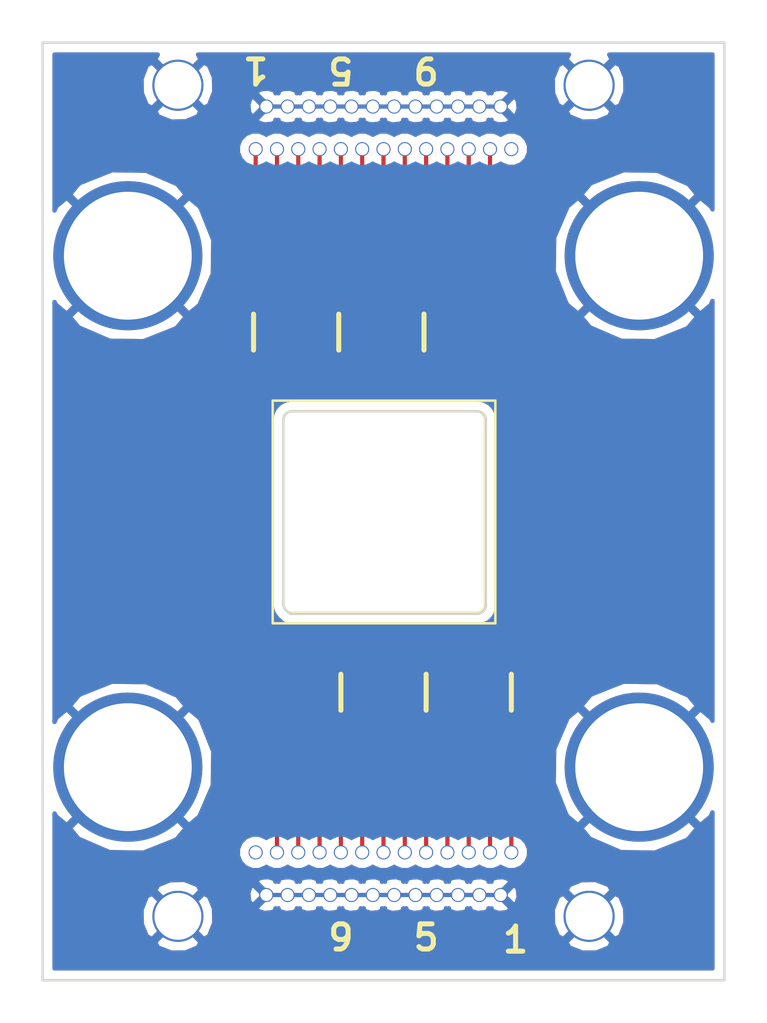
<source format=kicad_pcb>
(kicad_pcb (version 4) (host pcbnew 4.0.5+dfsg1-4)

  (general
    (links 55)
    (no_connects 0)
    (area 104.064999 53.264999 144.855001 109.295001)
    (thickness 1.6)
    (drawings 32)
    (tracks 69)
    (zones 0)
    (modules 6)
    (nets 28)
  )

  (page A4)
  (layers
    (0 F.Cu signal)
    (31 B.Cu signal hide)
    (32 B.Adhes user hide)
    (33 F.Adhes user hide)
    (34 B.Paste user hide)
    (35 F.Paste user hide)
    (36 B.SilkS user hide)
    (37 F.SilkS user hide)
    (38 B.Mask user hide)
    (39 F.Mask user hide)
    (40 Dwgs.User user)
    (41 Cmts.User user)
    (42 Eco1.User user)
    (43 Eco2.User user)
    (44 Edge.Cuts user)
    (45 Margin user)
    (46 B.CrtYd user)
    (47 F.CrtYd user)
    (48 B.Fab user)
    (49 F.Fab user)
  )

  (setup
    (last_trace_width 0.25)
    (trace_clearance 0.2)
    (zone_clearance 0.508)
    (zone_45_only yes)
    (trace_min 0.1524)
    (segment_width 0.2)
    (edge_width 0.15)
    (via_size 0.6)
    (via_drill 0.4)
    (via_min_size 0.4)
    (via_min_drill 0.3)
    (uvia_size 0.3)
    (uvia_drill 0.1)
    (uvias_allowed no)
    (uvia_min_size 0.2)
    (uvia_min_drill 0.1)
    (pcb_text_width 0.3)
    (pcb_text_size 1.5 1.5)
    (mod_edge_width 0.15)
    (mod_text_size 1 1)
    (mod_text_width 0.15)
    (pad_size 0.762 1.524)
    (pad_drill 0)
    (pad_to_mask_clearance 0.2)
    (aux_axis_origin 0 0)
    (visible_elements 7FFFFFFF)
    (pcbplotparams
      (layerselection 0x010f0_80000001)
      (usegerberextensions false)
      (excludeedgelayer true)
      (linewidth 0.100000)
      (plotframeref false)
      (viasonmask false)
      (mode 1)
      (useauxorigin false)
      (hpglpennumber 1)
      (hpglpenspeed 20)
      (hpglpendiameter 15)
      (hpglpenoverlay 2)
      (psnegative false)
      (psa4output false)
      (plotreference true)
      (plotvalue true)
      (plotinvisibletext false)
      (padsonsilk false)
      (subtractmaskfromsilk false)
      (outputformat 1)
      (mirror false)
      (drillshape 0)
      (scaleselection 1)
      (outputdirectory gerbers))
  )

  (net 0 "")
  (net 1 GND)
  (net 2 "Net-(J1-Pad1)")
  (net 3 "Net-(J1-Pad2)")
  (net 4 "Net-(J1-Pad3)")
  (net 5 "Net-(J1-Pad4)")
  (net 6 "Net-(J1-Pad5)")
  (net 7 "Net-(J1-Pad6)")
  (net 8 "Net-(J1-Pad7)")
  (net 9 "Net-(J1-Pad8)")
  (net 10 "Net-(J1-Pad9)")
  (net 11 "Net-(J1-Pad10)")
  (net 12 "Net-(J1-Pad11)")
  (net 13 "Net-(J1-Pad12)")
  (net 14 "Net-(J1-Pad13)")
  (net 15 "Net-(J2-Pad1)")
  (net 16 "Net-(J2-Pad2)")
  (net 17 "Net-(J2-Pad3)")
  (net 18 "Net-(J2-Pad4)")
  (net 19 "Net-(J2-Pad5)")
  (net 20 "Net-(J2-Pad6)")
  (net 21 "Net-(J2-Pad7)")
  (net 22 "Net-(J2-Pad8)")
  (net 23 "Net-(J2-Pad9)")
  (net 24 "Net-(J2-Pad10)")
  (net 25 "Net-(J2-Pad11)")
  (net 26 "Net-(J2-Pad12)")
  (net 27 "Net-(J2-Pad13)")

  (net_class Default "This is the default net class."
    (clearance 0.2)
    (trace_width 0.25)
    (via_dia 0.6)
    (via_drill 0.4)
    (uvia_dia 0.3)
    (uvia_drill 0.1)
    (add_net GND)
    (add_net "Net-(J1-Pad1)")
    (add_net "Net-(J1-Pad10)")
    (add_net "Net-(J1-Pad11)")
    (add_net "Net-(J1-Pad12)")
    (add_net "Net-(J1-Pad13)")
    (add_net "Net-(J1-Pad2)")
    (add_net "Net-(J1-Pad3)")
    (add_net "Net-(J1-Pad4)")
    (add_net "Net-(J1-Pad5)")
    (add_net "Net-(J1-Pad6)")
    (add_net "Net-(J1-Pad7)")
    (add_net "Net-(J1-Pad8)")
    (add_net "Net-(J1-Pad9)")
    (add_net "Net-(J2-Pad1)")
    (add_net "Net-(J2-Pad10)")
    (add_net "Net-(J2-Pad11)")
    (add_net "Net-(J2-Pad12)")
    (add_net "Net-(J2-Pad13)")
    (add_net "Net-(J2-Pad2)")
    (add_net "Net-(J2-Pad3)")
    (add_net "Net-(J2-Pad4)")
    (add_net "Net-(J2-Pad5)")
    (add_net "Net-(J2-Pad6)")
    (add_net "Net-(J2-Pad7)")
    (add_net "Net-(J2-Pad8)")
    (add_net "Net-(J2-Pad9)")
  )

  (module footprintlib:microDfootprint (layer F.Cu) (tedit 595EB674) (tstamp 5956B723)
    (at 116.84 59.69)
    (descr "Connecteur DB15 male droit")
    (tags "CONN DB15")
    (path /595527F9)
    (fp_text reference "" (at -12.7 -4.699) (layer F.SilkS)
      (effects (font (size 1 1) (thickness 0.15)))
    )
    (fp_text value "" (at 6.604 -5.461) (layer F.Fab)
      (effects (font (size 1 1) (thickness 0.15)))
    )
    (pad 14 thru_hole circle (at 0.635 -2.54) (size 0.8382 0.8382) (drill 0.7112) (layers *.Cu *.Mask)
      (net 1 GND))
    (pad 1 thru_hole circle (at 0 0) (size 0.8382 0.8382) (drill 0.7112) (layers *.Cu *.Mask)
      (net 2 "Net-(J1-Pad1)"))
    (pad 2 thru_hole circle (at 1.27 0) (size 0.8382 0.8382) (drill 0.7112) (layers *.Cu *.Mask)
      (net 3 "Net-(J1-Pad2)"))
    (pad 3 thru_hole circle (at 2.54 0) (size 0.8382 0.8382) (drill 0.7112) (layers *.Cu *.Mask)
      (net 4 "Net-(J1-Pad3)"))
    (pad 4 thru_hole circle (at 3.81 0) (size 0.8382 0.8382) (drill 0.7112) (layers *.Cu *.Mask)
      (net 5 "Net-(J1-Pad4)"))
    (pad 5 thru_hole circle (at 5.08 0) (size 0.8382 0.8382) (drill 0.7112) (layers *.Cu *.Mask)
      (net 6 "Net-(J1-Pad5)"))
    (pad 6 thru_hole circle (at 6.35 0) (size 0.8382 0.8382) (drill 0.7112) (layers *.Cu *.Mask)
      (net 7 "Net-(J1-Pad6)"))
    (pad 7 thru_hole circle (at 7.62 0) (size 0.8382 0.8382) (drill 0.7112) (layers *.Cu *.Mask)
      (net 8 "Net-(J1-Pad7)"))
    (pad 8 thru_hole circle (at 8.89 0) (size 0.8382 0.8382) (drill 0.7112) (layers *.Cu *.Mask)
      (net 9 "Net-(J1-Pad8)"))
    (pad 9 thru_hole circle (at 10.16 0) (size 0.8382 0.8382) (drill 0.7112) (layers *.Cu *.Mask)
      (net 10 "Net-(J1-Pad9)"))
    (pad 10 thru_hole circle (at 11.43 0) (size 0.8382 0.8382) (drill 0.7112) (layers *.Cu *.Mask)
      (net 11 "Net-(J1-Pad10)"))
    (pad 11 thru_hole circle (at 12.7 0) (size 0.8382 0.8382) (drill 0.7112) (layers *.Cu *.Mask)
      (net 12 "Net-(J1-Pad11)"))
    (pad 12 thru_hole circle (at 13.97 0) (size 0.8382 0.8382) (drill 0.7112) (layers *.Cu *.Mask)
      (net 13 "Net-(J1-Pad12)"))
    (pad 13 thru_hole circle (at 15.24 0) (size 0.8382 0.8382) (drill 0.7112) (layers *.Cu *.Mask)
      (net 14 "Net-(J1-Pad13)"))
    (pad 15 thru_hole circle (at 1.905 -2.54) (size 0.8382 0.8382) (drill 0.7112) (layers *.Cu *.Mask)
      (net 1 GND))
    (pad 16 thru_hole circle (at 3.175 -2.54) (size 0.8382 0.8382) (drill 0.7112) (layers *.Cu *.Mask)
      (net 1 GND))
    (pad 17 thru_hole circle (at 4.445 -2.54) (size 0.8382 0.8382) (drill 0.7112) (layers *.Cu *.Mask)
      (net 1 GND))
    (pad 18 thru_hole circle (at 5.715 -2.54) (size 0.8382 0.8382) (drill 0.7112) (layers *.Cu *.Mask)
      (net 1 GND))
    (pad 19 thru_hole circle (at 6.985 -2.54) (size 0.8382 0.8382) (drill 0.7112) (layers *.Cu *.Mask)
      (net 1 GND))
    (pad 20 thru_hole circle (at 8.255 -2.54) (size 0.8382 0.8382) (drill 0.7112) (layers *.Cu *.Mask)
      (net 1 GND))
    (pad 21 thru_hole circle (at 9.525 -2.54) (size 0.8382 0.8382) (drill 0.7112) (layers *.Cu *.Mask)
      (net 1 GND))
    (pad 22 thru_hole circle (at 10.795 -2.54) (size 0.8382 0.8382) (drill 0.7112) (layers *.Cu *.Mask)
      (net 1 GND))
    (pad 23 thru_hole circle (at 12.065 -2.54) (size 0.8382 0.8382) (drill 0.7112) (layers *.Cu *.Mask)
      (net 1 GND))
    (pad 24 thru_hole circle (at 13.335 -2.54) (size 0.8382 0.8382) (drill 0.7112) (layers *.Cu *.Mask)
      (net 1 GND))
    (pad 25 thru_hole circle (at 14.605 -2.54) (size 0.8382 0.8382) (drill 0.7112) (layers *.Cu *.Mask)
      (net 1 GND))
    (pad "" thru_hole circle (at -4.6355 -3.81) (size 3.048 3.048) (drill 2.794) (layers *.Cu *.Mask)
      (net 1 GND))
    (pad "" thru_hole circle (at 19.8755 -3.81) (size 3.048 3.048) (drill 2.794) (layers *.Cu *.Mask)
      (net 1 GND))
    (model Connect.3dshapes/DB15MD.wrl
      (at (xyz 0 0 0))
      (scale (xyz 1 1 1))
      (rotate (xyz 0 0 0))
    )
  )

  (module footprintlib:microDfootprint (layer F.Cu) (tedit 595EB695) (tstamp 5956B742)
    (at 132.08 101.6 180)
    (descr "Connecteur DB15 male droit")
    (tags "CONN DB15")
    (path /59553AB4)
    (fp_text reference "" (at -12.7 -4.699 180) (layer F.SilkS)
      (effects (font (size 1 1) (thickness 0.15)))
    )
    (fp_text value "" (at 6.604 -5.461 180) (layer F.Fab)
      (effects (font (size 1 1) (thickness 0.15)))
    )
    (pad 14 thru_hole circle (at 0.635 -2.54 180) (size 0.8382 0.8382) (drill 0.7112) (layers *.Cu *.Mask)
      (net 1 GND))
    (pad 1 thru_hole circle (at 0 0 180) (size 0.8382 0.8382) (drill 0.7112) (layers *.Cu *.Mask)
      (net 15 "Net-(J2-Pad1)"))
    (pad 2 thru_hole circle (at 1.27 0 180) (size 0.8382 0.8382) (drill 0.7112) (layers *.Cu *.Mask)
      (net 16 "Net-(J2-Pad2)"))
    (pad 3 thru_hole circle (at 2.54 0 180) (size 0.8382 0.8382) (drill 0.7112) (layers *.Cu *.Mask)
      (net 17 "Net-(J2-Pad3)"))
    (pad 4 thru_hole circle (at 3.81 0 180) (size 0.8382 0.8382) (drill 0.7112) (layers *.Cu *.Mask)
      (net 18 "Net-(J2-Pad4)"))
    (pad 5 thru_hole circle (at 5.08 0 180) (size 0.8382 0.8382) (drill 0.7112) (layers *.Cu *.Mask)
      (net 19 "Net-(J2-Pad5)"))
    (pad 6 thru_hole circle (at 6.35 0 180) (size 0.8382 0.8382) (drill 0.7112) (layers *.Cu *.Mask)
      (net 20 "Net-(J2-Pad6)"))
    (pad 7 thru_hole circle (at 7.62 0 180) (size 0.8382 0.8382) (drill 0.7112) (layers *.Cu *.Mask)
      (net 21 "Net-(J2-Pad7)"))
    (pad 8 thru_hole circle (at 8.89 0 180) (size 0.8382 0.8382) (drill 0.7112) (layers *.Cu *.Mask)
      (net 22 "Net-(J2-Pad8)"))
    (pad 9 thru_hole circle (at 10.16 0 180) (size 0.8382 0.8382) (drill 0.7112) (layers *.Cu *.Mask)
      (net 23 "Net-(J2-Pad9)"))
    (pad 10 thru_hole circle (at 11.43 0 180) (size 0.8382 0.8382) (drill 0.7112) (layers *.Cu *.Mask)
      (net 24 "Net-(J2-Pad10)"))
    (pad 11 thru_hole circle (at 12.7 0 180) (size 0.8382 0.8382) (drill 0.7112) (layers *.Cu *.Mask)
      (net 25 "Net-(J2-Pad11)"))
    (pad 12 thru_hole circle (at 13.97 0 180) (size 0.8382 0.8382) (drill 0.7112) (layers *.Cu *.Mask)
      (net 26 "Net-(J2-Pad12)"))
    (pad 13 thru_hole circle (at 15.24 0 180) (size 0.8382 0.8382) (drill 0.7112) (layers *.Cu *.Mask)
      (net 27 "Net-(J2-Pad13)"))
    (pad 15 thru_hole circle (at 1.905 -2.54 180) (size 0.8382 0.8382) (drill 0.7112) (layers *.Cu *.Mask)
      (net 1 GND))
    (pad 16 thru_hole circle (at 3.175 -2.54 180) (size 0.8382 0.8382) (drill 0.7112) (layers *.Cu *.Mask)
      (net 1 GND))
    (pad 17 thru_hole circle (at 4.445 -2.54 180) (size 0.8382 0.8382) (drill 0.7112) (layers *.Cu *.Mask)
      (net 1 GND))
    (pad 18 thru_hole circle (at 5.715 -2.54 180) (size 0.8382 0.8382) (drill 0.7112) (layers *.Cu *.Mask)
      (net 1 GND))
    (pad 19 thru_hole circle (at 6.985 -2.54 180) (size 0.8382 0.8382) (drill 0.7112) (layers *.Cu *.Mask)
      (net 1 GND))
    (pad 20 thru_hole circle (at 8.255 -2.54 180) (size 0.8382 0.8382) (drill 0.7112) (layers *.Cu *.Mask)
      (net 1 GND))
    (pad 21 thru_hole circle (at 9.525 -2.54 180) (size 0.8382 0.8382) (drill 0.7112) (layers *.Cu *.Mask)
      (net 1 GND))
    (pad 22 thru_hole circle (at 10.795 -2.54 180) (size 0.8382 0.8382) (drill 0.7112) (layers *.Cu *.Mask)
      (net 1 GND))
    (pad 23 thru_hole circle (at 12.065 -2.54 180) (size 0.8382 0.8382) (drill 0.7112) (layers *.Cu *.Mask)
      (net 1 GND))
    (pad 24 thru_hole circle (at 13.335 -2.54 180) (size 0.8382 0.8382) (drill 0.7112) (layers *.Cu *.Mask)
      (net 1 GND))
    (pad 25 thru_hole circle (at 14.605 -2.54 180) (size 0.8382 0.8382) (drill 0.7112) (layers *.Cu *.Mask)
      (net 1 GND))
    (pad "" thru_hole circle (at -4.6355 -3.81 180) (size 3.048 3.048) (drill 2.794) (layers *.Cu *.Mask)
      (net 1 GND))
    (pad "" thru_hole circle (at 19.8755 -3.81 180) (size 3.048 3.048) (drill 2.794) (layers *.Cu *.Mask)
      (net 1 GND))
    (model Connect.3dshapes/DB15MD.wrl
      (at (xyz 0 0 0))
      (scale (xyz 1 1 1))
      (rotate (xyz 0 0 0))
    )
  )

  (module footprintlib:1cm_pads (layer F.Cu) (tedit 59600532) (tstamp 5956B752)
    (at 118.745 72.136)
    (path /59552A7F)
    (fp_text reference "" (at 1.778 -0.508) (layer F.SilkS)
      (effects (font (size 0.254 0.254) (thickness 0.0254)))
    )
    (fp_text value "" (at -3.937 0.635 90) (layer F.Fab)
      (effects (font (size 0.254 0.254) (thickness 0.0635)))
    )
    (pad 1 smd rect (at -1.905 0.762) (size 0.762 1.524) (layers F.Cu)
      (net 2 "Net-(J1-Pad1)"))
    (pad 2 smd rect (at -0.635 0.762) (size 0.762 1.524) (layers F.Cu)
      (net 3 "Net-(J1-Pad2)"))
    (pad 3 smd rect (at 0.635 0.762) (size 0.762 1.524) (layers F.Cu)
      (net 4 "Net-(J1-Pad3)"))
    (pad 4 smd rect (at 1.905 0.762) (size 0.762 1.524) (layers F.Cu)
      (net 5 "Net-(J1-Pad4)"))
    (pad 5 smd rect (at 3.175 0.762) (size 0.762 1.524) (layers F.Cu)
      (net 6 "Net-(J1-Pad5)"))
    (pad 6 smd rect (at 4.445 0.762) (size 0.762 1.524) (layers F.Cu)
      (net 7 "Net-(J1-Pad6)"))
    (pad 7 smd rect (at 5.715 0.762) (size 0.762 1.524) (layers F.Cu)
      (net 8 "Net-(J1-Pad7)"))
    (pad 8 smd rect (at 6.985 0.762) (size 0.762 1.524) (layers F.Cu)
      (net 9 "Net-(J1-Pad8)"))
    (pad 9 smd rect (at 8.255 0.762) (size 0.762 1.524) (layers F.Cu)
      (net 10 "Net-(J1-Pad9)"))
    (pad 10 smd rect (at 9.525 0.762) (size 0.762 1.524) (layers F.Cu)
      (net 11 "Net-(J1-Pad10)"))
    (pad 11 smd rect (at 10.795 0.762) (size 0.762 1.524) (layers F.Cu)
      (net 12 "Net-(J1-Pad11)"))
    (pad 12 smd rect (at 12.065 0.762) (size 0.762 1.524) (layers F.Cu)
      (net 13 "Net-(J1-Pad12)"))
  )

  (module footprintlib:1cm_pads (layer F.Cu) (tedit 59600579) (tstamp 5956B762)
    (at 130.175 90.297 180)
    (path /59553ABA)
    (fp_text reference "" (at -3.302 -0.508 180) (layer F.SilkS)
      (effects (font (size 0.254 0.254) (thickness 0.0254)))
    )
    (fp_text value "" (at -3.429 -1.016 180) (layer F.Fab)
      (effects (font (size 0.254 0.254) (thickness 0.0635)))
    )
    (pad 1 smd rect (at -1.905 0.762 180) (size 0.762 1.524) (layers F.Cu)
      (net 15 "Net-(J2-Pad1)"))
    (pad 2 smd rect (at -0.635 0.762 180) (size 0.762 1.524) (layers F.Cu)
      (net 16 "Net-(J2-Pad2)"))
    (pad 3 smd rect (at 0.635 0.762 180) (size 0.762 1.524) (layers F.Cu)
      (net 17 "Net-(J2-Pad3)"))
    (pad 4 smd rect (at 1.905 0.762 180) (size 0.762 1.524) (layers F.Cu)
      (net 18 "Net-(J2-Pad4)"))
    (pad 5 smd rect (at 3.175 0.762 180) (size 0.762 1.524) (layers F.Cu)
      (net 19 "Net-(J2-Pad5)"))
    (pad 6 smd rect (at 4.445 0.762 180) (size 0.762 1.524) (layers F.Cu)
      (net 20 "Net-(J2-Pad6)"))
    (pad 7 smd rect (at 5.715 0.762 180) (size 0.762 1.524) (layers F.Cu)
      (net 21 "Net-(J2-Pad7)"))
    (pad 8 smd rect (at 6.985 0.762 180) (size 0.762 1.524) (layers F.Cu)
      (net 22 "Net-(J2-Pad8)"))
    (pad 9 smd rect (at 8.255 0.762 180) (size 0.762 1.524) (layers F.Cu)
      (net 23 "Net-(J2-Pad9)"))
    (pad 10 smd rect (at 9.525 0.762 180) (size 0.762 1.524) (layers F.Cu)
      (net 24 "Net-(J2-Pad10)"))
    (pad 11 smd rect (at 10.795 0.762 180) (size 0.762 1.524) (layers F.Cu)
      (net 25 "Net-(J2-Pad11)"))
    (pad 12 smd rect (at 12.065 0.762 180) (size 0.762 1.524) (layers F.Cu)
      (net 26 "Net-(J2-Pad12)"))
  )

  (module footprintlib:mounting_holes (layer F.Cu) (tedit 595EB6A6) (tstamp 595EA551)
    (at 109.22 66.04)
    (zone_connect 1)
    (fp_text reference "" (at 8.001 -4.191) (layer F.SilkS)
      (effects (font (size 1 1) (thickness 0.15)))
    )
    (fp_text value "" (at 4.191 -5.715) (layer F.Fab)
      (effects (font (size 1 1) (thickness 0.15)))
    )
    (pad 1 thru_hole circle (at 0 0) (size 8.89 8.89) (drill 7.62) (layers *.Cu *.Mask)
      (net 1 GND) (zone_connect 1))
    (pad 2 thru_hole circle (at 30.48 0) (size 8.89 8.89) (drill 7.62) (layers *.Cu *.Mask)
      (net 1 GND) (zone_connect 1))
    (pad 3 thru_hole circle (at 0 30.48) (size 8.89 8.89) (drill 7.62) (layers *.Cu *.Mask)
      (net 1 GND) (zone_connect 1))
    (pad 4 thru_hole circle (at 30.48 30.48) (size 8.89 8.89) (drill 7.62) (layers *.Cu *.Mask)
      (net 1 GND) (zone_connect 1))
  )

  (module footprintlib:chip_area (layer F.Cu) (tedit 595EAB8A) (tstamp 595EAAB0)
    (at 118.491 75.311)
    (fp_text reference "" (at -6.477 2.667) (layer F.SilkS)
      (effects (font (size 1 1) (thickness 0.15)))
    )
    (fp_text value "" (at -5.461 0.381) (layer F.Fab)
      (effects (font (size 1 1) (thickness 0.15)))
    )
    (fp_line (start -0.635 -0.635) (end 12.6365 -0.635) (layer F.SilkS) (width 0.15))
    (fp_line (start 12.6365 -0.635) (end 12.6365 12.6365) (layer F.SilkS) (width 0.15))
    (fp_line (start 12.6365 12.6365) (end -0.635 12.6365) (layer F.SilkS) (width 0.15))
    (fp_line (start -0.635 12.6365) (end -0.635 -0.635) (layer F.SilkS) (width 0.15))
    (fp_arc (start 0.508 11.4935) (end 0.508 12.0015) (angle 90) (layer F.SilkS) (width 0.15))
    (fp_arc (start 11.4935 11.4935) (end 12.0015 11.4935) (angle 90) (layer F.SilkS) (width 0.15))
    (fp_arc (start 11.4935 0.508) (end 11.4935 0) (angle 90) (layer F.SilkS) (width 0.15))
    (fp_arc (start 0.508 0.508) (end 0 0.508) (angle 90) (layer F.SilkS) (width 0.15))
    (fp_line (start 12 0.5) (end 12 11.5) (layer F.SilkS) (width 0.15))
    (fp_line (start 0.5 0) (end 11.5 0) (layer F.SilkS) (width 0.15))
    (fp_line (start 0.5 12) (end 11.5 12) (layer F.SilkS) (width 0.15))
    (fp_line (start 0 0.5) (end 0 11.5) (layer F.SilkS) (width 0.15))
  )

  (gr_text | (at 121.92 91.948) (layer F.SilkS)
    (effects (font (size 1.5 1.5) (thickness 0.3)))
  )
  (gr_text | (at 127 91.948) (layer F.SilkS)
    (effects (font (size 1.5 1.5) (thickness 0.3)))
  )
  (gr_text | (at 132.08 91.948) (layer F.SilkS)
    (effects (font (size 1.5 1.5) (thickness 0.3)))
  )
  (gr_text | (at 126.873 70.485) (layer F.SilkS)
    (effects (font (size 1.5 1.5) (thickness 0.3)))
  )
  (gr_text | (at 121.793 70.485) (layer F.SilkS)
    (effects (font (size 1.5 1.5) (thickness 0.3)))
  )
  (gr_text | (at 116.713 70.485) (layer F.SilkS)
    (effects (font (size 1.5 1.5) (thickness 0.3)))
  )
  (gr_text 9 (at 127 54.991 180) (layer F.SilkS)
    (effects (font (size 1.5 1.5) (thickness 0.3)))
  )
  (gr_text 5 (at 121.92 54.991 180) (layer F.SilkS)
    (effects (font (size 1.5 1.5) (thickness 0.3)))
  )
  (gr_text 1 (at 116.84 54.991 180) (layer F.SilkS)
    (effects (font (size 1.5 1.5) (thickness 0.3)))
  )
  (gr_text 9 (at 121.92 106.68) (layer F.SilkS)
    (effects (font (size 1.5 1.5) (thickness 0.3)))
  )
  (gr_text 5 (at 127 106.68) (layer F.SilkS)
    (effects (font (size 1.5 1.5) (thickness 0.3)))
  )
  (gr_text 1 (at 132.334 106.807) (layer F.SilkS)
    (effects (font (size 1.5 1.5) (thickness 0.3)))
  )
  (gr_line (start 134.493 52.451) (end 134.493 52.324) (angle 90) (layer F.Mask) (width 0.2))
  (gr_line (start 134.493 51.816) (end 134.493 52.451) (angle 90) (layer F.Mask) (width 0.2))
  (gr_line (start 146.431 51.816) (end 134.493 51.816) (angle 90) (layer F.Mask) (width 0.2))
  (gr_line (start 146.431 110.363) (end 146.431 51.816) (angle 90) (layer F.Mask) (width 0.2))
  (gr_line (start 134.493 110.363) (end 146.431 110.363) (angle 90) (layer F.Mask) (width 0.2))
  (gr_line (start 134.493 52.324) (end 134.493 110.363) (angle 90) (layer F.Mask) (width 0.2))
  (gr_arc (start 119.126 86.741) (end 118.999 87.376) (angle 90) (layer Edge.Cuts) (width 0.15))
  (gr_arc (start 118.999 75.819) (end 118.491 75.819) (angle 90) (layer Edge.Cuts) (width 0.15))
  (gr_line (start 130.048 75.311) (end 129.921 75.311) (angle 90) (layer Edge.Cuts) (width 0.15))
  (gr_arc (start 130.048 75.819) (end 130.048 75.311) (angle 90) (layer Edge.Cuts) (width 0.15))
  (gr_line (start 130.556 86.868) (end 130.556 75.819) (angle 90) (layer Edge.Cuts) (width 0.15))
  (gr_arc (start 130.048 86.868) (end 130.556 86.868) (angle 90) (layer Edge.Cuts) (width 0.15))
  (gr_line (start 118.999 75.311) (end 129.921 75.311) (angle 90) (layer Edge.Cuts) (width 0.15))
  (gr_line (start 118.491 86.741) (end 118.491 75.819) (angle 90) (layer Edge.Cuts) (width 0.15))
  (gr_line (start 130.048 87.376) (end 118.872 87.376) (angle 90) (layer Edge.Cuts) (width 0.15))
  (gr_text PCB_Edge (at 106.553 52.451) (layer B.CrtYd)
    (effects (font (size 0.635 0.635) (thickness 0.15875)))
  )
  (gr_line (start 104.14 109.22) (end 104.14 53.34) (angle 90) (layer Edge.Cuts) (width 0.15))
  (gr_line (start 144.78 109.22) (end 104.14 109.22) (angle 90) (layer Edge.Cuts) (width 0.15))
  (gr_line (start 144.78 53.34) (end 144.78 109.22) (angle 90) (layer Edge.Cuts) (width 0.15))
  (gr_line (start 104.14 53.34) (end 144.78 53.34) (angle 90) (layer Edge.Cuts) (width 0.15))

  (segment (start 118.745 104.14) (end 117.475 104.14) (width 0.25) (layer B.Cu) (net 1) (status C00000))
  (segment (start 118.745 104.14) (end 117.475 104.14) (width 0.25) (layer F.Cu) (net 1) (status C00000))
  (segment (start 117.475 57.15) (end 118.745 57.15) (width 0.25) (layer B.Cu) (net 1) (status C00000))
  (segment (start 117.475 57.15) (end 120.015 57.15) (width 0.25) (layer F.Cu) (net 1) (status C00000))
  (segment (start 117.475 57.15) (end 118.745 57.15) (width 0.25) (layer F.Cu) (net 1) (status C00000))
  (segment (start 118.745 104.14) (end 120.015 104.14) (width 0.25) (layer B.Cu) (net 1) (tstamp 59600496))
  (segment (start 120.015 104.14) (end 121.285 104.14) (width 0.25) (layer B.Cu) (net 1) (tstamp 59600497))
  (segment (start 121.285 104.14) (end 122.555 104.14) (width 0.25) (layer B.Cu) (net 1) (tstamp 59600499))
  (segment (start 122.555 104.14) (end 123.825 104.14) (width 0.25) (layer B.Cu) (net 1) (tstamp 5960049A))
  (segment (start 123.825 104.14) (end 125.095 104.14) (width 0.25) (layer B.Cu) (net 1) (tstamp 5960049B))
  (segment (start 125.095 104.14) (end 126.365 104.14) (width 0.25) (layer B.Cu) (net 1) (tstamp 5960049C))
  (segment (start 126.365 104.14) (end 127.635 104.14) (width 0.25) (layer B.Cu) (net 1) (tstamp 5960049D))
  (segment (start 127.635 104.14) (end 128.905 104.14) (width 0.25) (layer B.Cu) (net 1) (tstamp 5960049E))
  (segment (start 128.905 104.14) (end 130.175 104.14) (width 0.25) (layer B.Cu) (net 1) (tstamp 5960049F))
  (segment (start 130.175 104.14) (end 131.445 104.14) (width 0.25) (layer B.Cu) (net 1) (tstamp 596004A0))
  (segment (start 118.745 57.15) (end 120.015 57.15) (width 0.25) (layer B.Cu) (net 1) (tstamp 59600484))
  (segment (start 120.015 57.15) (end 121.285 57.15) (width 0.25) (layer B.Cu) (net 1) (tstamp 59600485))
  (segment (start 121.285 57.15) (end 122.555 57.15) (width 0.25) (layer B.Cu) (net 1) (tstamp 59600486))
  (segment (start 122.555 57.15) (end 123.825 57.15) (width 0.25) (layer B.Cu) (net 1) (tstamp 59600487))
  (segment (start 123.825 57.15) (end 125.095 57.15) (width 0.25) (layer B.Cu) (net 1) (tstamp 59600488))
  (segment (start 125.095 57.15) (end 126.365 57.15) (width 0.25) (layer B.Cu) (net 1) (tstamp 59600489))
  (segment (start 126.365 57.15) (end 127.635 57.15) (width 0.25) (layer B.Cu) (net 1) (tstamp 5960048A))
  (segment (start 127.635 57.15) (end 128.905 57.15) (width 0.25) (layer B.Cu) (net 1) (tstamp 5960048B))
  (segment (start 128.905 57.15) (end 130.175 57.15) (width 0.25) (layer B.Cu) (net 1) (tstamp 5960048C))
  (segment (start 130.175 57.15) (end 131.445 57.15) (width 0.25) (layer B.Cu) (net 1) (tstamp 5960048E))
  (segment (start 118.745 57.15) (end 120.015 57.15) (width 0.25) (layer F.Cu) (net 1) (tstamp 595EAB2C))
  (segment (start 120.015 57.15) (end 121.285 57.15) (width 0.25) (layer F.Cu) (net 1) (tstamp 595EAB2D))
  (segment (start 121.285 57.15) (end 122.555 57.15) (width 0.25) (layer F.Cu) (net 1) (tstamp 595EAB2E))
  (segment (start 122.555 57.15) (end 123.825 57.15) (width 0.25) (layer F.Cu) (net 1) (tstamp 595EAB2F))
  (segment (start 123.825 57.15) (end 125.095 57.15) (width 0.25) (layer F.Cu) (net 1) (tstamp 595EAB30))
  (segment (start 125.095 57.15) (end 126.365 57.15) (width 0.25) (layer F.Cu) (net 1) (tstamp 595EAB31))
  (segment (start 126.365 57.15) (end 127.635 57.15) (width 0.25) (layer F.Cu) (net 1) (tstamp 595EAB32))
  (segment (start 127.635 57.15) (end 128.905 57.15) (width 0.25) (layer F.Cu) (net 1) (tstamp 595EAB33))
  (segment (start 128.905 57.15) (end 130.175 57.15) (width 0.25) (layer F.Cu) (net 1) (tstamp 595EAB34))
  (segment (start 130.175 57.15) (end 131.445 57.15) (width 0.25) (layer F.Cu) (net 1) (tstamp 595EAB35))
  (segment (start 131.445 104.14) (end 130.175 104.14) (width 0.25) (layer F.Cu) (net 1))
  (segment (start 130.175 104.14) (end 128.905 104.14) (width 0.25) (layer F.Cu) (net 1) (tstamp 595EAB20))
  (segment (start 128.905 104.14) (end 127.635 104.14) (width 0.25) (layer F.Cu) (net 1) (tstamp 595EAB21))
  (segment (start 127.635 104.14) (end 126.365 104.14) (width 0.25) (layer F.Cu) (net 1) (tstamp 595EAB22))
  (segment (start 126.365 104.14) (end 125.095 104.14) (width 0.25) (layer F.Cu) (net 1) (tstamp 595EAB23))
  (segment (start 125.095 104.14) (end 123.825 104.14) (width 0.25) (layer F.Cu) (net 1) (tstamp 595EAB24))
  (segment (start 123.825 104.14) (end 122.555 104.14) (width 0.25) (layer F.Cu) (net 1) (tstamp 595EAB25))
  (segment (start 122.555 104.14) (end 121.285 104.14) (width 0.25) (layer F.Cu) (net 1) (tstamp 595EAB26))
  (segment (start 121.285 104.14) (end 120.015 104.14) (width 0.25) (layer F.Cu) (net 1) (tstamp 595EAB27))
  (segment (start 120.015 104.14) (end 118.745 104.14) (width 0.25) (layer F.Cu) (net 1) (tstamp 595EAB28))
  (segment (start 116.84 72.898) (end 116.84 59.69) (width 0.25) (layer F.Cu) (net 2))
  (segment (start 118.11 59.69) (end 118.11 72.898) (width 0.25) (layer F.Cu) (net 3))
  (segment (start 119.38 72.898) (end 119.38 59.69) (width 0.25) (layer F.Cu) (net 4))
  (segment (start 120.65 59.69) (end 120.65 72.898) (width 0.25) (layer F.Cu) (net 5))
  (segment (start 121.92 72.898) (end 121.92 59.69) (width 0.25) (layer F.Cu) (net 6))
  (segment (start 123.19 59.69) (end 123.19 72.898) (width 0.25) (layer F.Cu) (net 7))
  (segment (start 124.46 72.898) (end 124.46 59.69) (width 0.25) (layer F.Cu) (net 8))
  (segment (start 125.73 59.69) (end 125.73 72.898) (width 0.25) (layer F.Cu) (net 9))
  (segment (start 127 72.898) (end 127 59.69) (width 0.25) (layer F.Cu) (net 10))
  (segment (start 128.27 59.69) (end 128.27 72.898) (width 0.25) (layer F.Cu) (net 11))
  (segment (start 129.54 72.898) (end 129.54 59.69) (width 0.25) (layer F.Cu) (net 12))
  (segment (start 130.81 59.69) (end 130.81 72.898) (width 0.25) (layer F.Cu) (net 13))
  (segment (start 132.08 89.535) (end 132.08 101.6) (width 0.25) (layer F.Cu) (net 15))
  (segment (start 130.81 101.6) (end 130.81 89.535) (width 0.25) (layer F.Cu) (net 16))
  (segment (start 129.54 89.535) (end 129.54 101.6) (width 0.25) (layer F.Cu) (net 17))
  (segment (start 128.27 101.6) (end 128.27 89.535) (width 0.25) (layer F.Cu) (net 18))
  (segment (start 127 89.535) (end 127 101.6) (width 0.25) (layer F.Cu) (net 19))
  (segment (start 125.73 101.6) (end 125.73 89.535) (width 0.25) (layer F.Cu) (net 20))
  (segment (start 124.46 89.535) (end 124.46 101.6) (width 0.25) (layer F.Cu) (net 21))
  (segment (start 123.19 101.6) (end 123.19 89.535) (width 0.25) (layer F.Cu) (net 22))
  (segment (start 121.92 89.535) (end 121.92 101.6) (width 0.25) (layer F.Cu) (net 23))
  (segment (start 120.65 101.6) (end 120.65 89.535) (width 0.25) (layer F.Cu) (net 24))
  (segment (start 119.38 89.535) (end 119.38 101.6) (width 0.25) (layer F.Cu) (net 25))
  (segment (start 118.11 101.6) (end 118.11 89.535) (width 0.25) (layer F.Cu) (net 26))

  (zone (net 1) (net_name GND) (layer F.Cu) (tstamp 595EA697) (hatch edge 0.508)
    (connect_pads (clearance 0.508))
    (min_thickness 0.254)
    (fill yes (arc_segments 16) (thermal_gap 0.508) (thermal_bridge_width 0.508))
    (polygon
      (pts
        (xy 147.32 111.76) (xy 101.6 111.76) (xy 101.6 50.8) (xy 147.32 50.8)
      )
    )
    (filled_polygon
      (pts
        (xy 110.852798 54.348693) (xy 112.2045 55.700395) (xy 113.556202 54.348693) (xy 113.404919 54.05) (xy 135.515081 54.05)
        (xy 135.363798 54.348693) (xy 136.7155 55.700395) (xy 138.067202 54.348693) (xy 137.915919 54.05) (xy 144.07 54.05)
        (xy 144.07 63.280174) (xy 144.048584 63.226235) (xy 143.963711 63.099214) (xy 143.33889 62.580716) (xy 139.879605 66.04)
        (xy 143.33889 69.499284) (xy 143.963711 68.980786) (xy 144.07 68.734518) (xy 144.07 93.760174) (xy 144.048584 93.706235)
        (xy 143.963711 93.579214) (xy 143.33889 93.060716) (xy 139.879605 96.52) (xy 143.33889 99.979284) (xy 143.963711 99.460786)
        (xy 144.07 99.214518) (xy 144.07 108.51) (xy 104.85 108.51) (xy 104.85 106.941307) (xy 110.852798 106.941307)
        (xy 111.015511 107.262568) (xy 111.814964 107.576556) (xy 112.673721 107.560706) (xy 113.393489 107.262568) (xy 113.556202 106.941307)
        (xy 135.363798 106.941307) (xy 135.526511 107.262568) (xy 136.325964 107.576556) (xy 137.184721 107.560706) (xy 137.904489 107.262568)
        (xy 138.067202 106.941307) (xy 136.7155 105.589605) (xy 135.363798 106.941307) (xy 113.556202 106.941307) (xy 112.2045 105.589605)
        (xy 110.852798 106.941307) (xy 104.85 106.941307) (xy 104.85 105.020464) (xy 110.037944 105.020464) (xy 110.053794 105.879221)
        (xy 110.351932 106.598989) (xy 110.673193 106.761702) (xy 112.024895 105.41) (xy 112.384105 105.41) (xy 113.735807 106.761702)
        (xy 114.057068 106.598989) (xy 114.371056 105.799536) (xy 114.355206 104.940779) (xy 114.057068 104.221011) (xy 113.735807 104.058298)
        (xy 112.384105 105.41) (xy 112.024895 105.41) (xy 110.673193 104.058298) (xy 110.351932 104.221011) (xy 110.037944 105.020464)
        (xy 104.85 105.020464) (xy 104.85 103.878693) (xy 110.852798 103.878693) (xy 112.2045 105.230395) (xy 113.420542 104.014353)
        (xy 116.407619 104.014353) (xy 116.440786 104.432387) (xy 116.536951 104.664552) (xy 116.743743 104.691652) (xy 117.295395 104.14)
        (xy 116.743743 103.588348) (xy 116.536951 103.615448) (xy 116.407619 104.014353) (xy 113.420542 104.014353) (xy 113.556202 103.878693)
        (xy 113.393489 103.557432) (xy 113.014909 103.408743) (xy 116.923348 103.408743) (xy 117.475 103.960395) (xy 117.489143 103.946253)
        (xy 117.668748 104.125858) (xy 117.654605 104.14) (xy 117.668748 104.154143) (xy 117.489143 104.333748) (xy 117.475 104.319605)
        (xy 116.923348 104.871257) (xy 116.950448 105.078049) (xy 117.349353 105.207381) (xy 117.767387 105.174214) (xy 117.999552 105.078049)
        (xy 118.018912 104.93032) (xy 118.0766 104.988008) (xy 118.11 104.954608) (xy 118.1434 104.988008) (xy 118.201088 104.93032)
        (xy 118.220448 105.078049) (xy 118.619353 105.207381) (xy 119.037387 105.174214) (xy 119.269552 105.078049) (xy 119.288912 104.93032)
        (xy 119.3466 104.988008) (xy 119.38 104.954608) (xy 119.4134 104.988008) (xy 119.471088 104.93032) (xy 119.490448 105.078049)
        (xy 119.889353 105.207381) (xy 120.307387 105.174214) (xy 120.539552 105.078049) (xy 120.558912 104.93032) (xy 120.6166 104.988008)
        (xy 120.65 104.954608) (xy 120.6834 104.988008) (xy 120.741088 104.93032) (xy 120.760448 105.078049) (xy 121.159353 105.207381)
        (xy 121.577387 105.174214) (xy 121.809552 105.078049) (xy 121.828912 104.93032) (xy 121.8866 104.988008) (xy 121.92 104.954608)
        (xy 121.9534 104.988008) (xy 122.011088 104.93032) (xy 122.030448 105.078049) (xy 122.429353 105.207381) (xy 122.847387 105.174214)
        (xy 123.079552 105.078049) (xy 123.098912 104.93032) (xy 123.1566 104.988008) (xy 123.19 104.954608) (xy 123.2234 104.988008)
        (xy 123.281088 104.93032) (xy 123.300448 105.078049) (xy 123.699353 105.207381) (xy 124.117387 105.174214) (xy 124.349552 105.078049)
        (xy 124.368912 104.93032) (xy 124.4266 104.988008) (xy 124.46 104.954608) (xy 124.4934 104.988008) (xy 124.551088 104.93032)
        (xy 124.570448 105.078049) (xy 124.969353 105.207381) (xy 125.387387 105.174214) (xy 125.619552 105.078049) (xy 125.638912 104.93032)
        (xy 125.6966 104.988008) (xy 125.73 104.954608) (xy 125.7634 104.988008) (xy 125.821088 104.93032) (xy 125.840448 105.078049)
        (xy 126.239353 105.207381) (xy 126.657387 105.174214) (xy 126.889552 105.078049) (xy 126.908912 104.93032) (xy 126.9666 104.988008)
        (xy 127 104.954608) (xy 127.0334 104.988008) (xy 127.091088 104.93032) (xy 127.110448 105.078049) (xy 127.509353 105.207381)
        (xy 127.927387 105.174214) (xy 128.159552 105.078049) (xy 128.178912 104.93032) (xy 128.2366 104.988008) (xy 128.27 104.954608)
        (xy 128.3034 104.988008) (xy 128.361088 104.93032) (xy 128.380448 105.078049) (xy 128.779353 105.207381) (xy 129.197387 105.174214)
        (xy 129.429552 105.078049) (xy 129.448912 104.93032) (xy 129.5066 104.988008) (xy 129.54 104.954608) (xy 129.5734 104.988008)
        (xy 129.631088 104.93032) (xy 129.650448 105.078049) (xy 130.049353 105.207381) (xy 130.467387 105.174214) (xy 130.699552 105.078049)
        (xy 130.718912 104.93032) (xy 130.7766 104.988008) (xy 130.81 104.954608) (xy 130.8434 104.988008) (xy 130.901088 104.93032)
        (xy 130.920448 105.078049) (xy 131.319353 105.207381) (xy 131.737387 105.174214) (xy 131.969552 105.078049) (xy 131.977098 105.020464)
        (xy 134.548944 105.020464) (xy 134.564794 105.879221) (xy 134.862932 106.598989) (xy 135.184193 106.761702) (xy 136.535895 105.41)
        (xy 136.895105 105.41) (xy 138.246807 106.761702) (xy 138.568068 106.598989) (xy 138.882056 105.799536) (xy 138.866206 104.940779)
        (xy 138.568068 104.221011) (xy 138.246807 104.058298) (xy 136.895105 105.41) (xy 136.535895 105.41) (xy 135.184193 104.058298)
        (xy 134.862932 104.221011) (xy 134.548944 105.020464) (xy 131.977098 105.020464) (xy 131.996652 104.871257) (xy 131.445 104.319605)
        (xy 131.430858 104.333748) (xy 131.251253 104.154143) (xy 131.265395 104.14) (xy 131.624605 104.14) (xy 132.176257 104.691652)
        (xy 132.383049 104.664552) (xy 132.512381 104.265647) (xy 132.48168 103.878693) (xy 135.363798 103.878693) (xy 136.7155 105.230395)
        (xy 138.067202 103.878693) (xy 137.904489 103.557432) (xy 137.105036 103.243444) (xy 136.246279 103.259294) (xy 135.526511 103.557432)
        (xy 135.363798 103.878693) (xy 132.48168 103.878693) (xy 132.479214 103.847613) (xy 132.383049 103.615448) (xy 132.176257 103.588348)
        (xy 131.624605 104.14) (xy 131.265395 104.14) (xy 131.251253 104.125858) (xy 131.430858 103.946253) (xy 131.445 103.960395)
        (xy 131.996652 103.408743) (xy 131.969552 103.201951) (xy 131.570647 103.072619) (xy 131.152613 103.105786) (xy 130.920448 103.201951)
        (xy 130.901088 103.34968) (xy 130.8434 103.291992) (xy 130.81 103.325392) (xy 130.7766 103.291992) (xy 130.718912 103.34968)
        (xy 130.699552 103.201951) (xy 130.300647 103.072619) (xy 129.882613 103.105786) (xy 129.650448 103.201951) (xy 129.631088 103.34968)
        (xy 129.5734 103.291992) (xy 129.54 103.325392) (xy 129.5066 103.291992) (xy 129.448912 103.34968) (xy 129.429552 103.201951)
        (xy 129.030647 103.072619) (xy 128.612613 103.105786) (xy 128.380448 103.201951) (xy 128.361088 103.34968) (xy 128.3034 103.291992)
        (xy 128.27 103.325392) (xy 128.2366 103.291992) (xy 128.178912 103.34968) (xy 128.159552 103.201951) (xy 127.760647 103.072619)
        (xy 127.342613 103.105786) (xy 127.110448 103.201951) (xy 127.091088 103.34968) (xy 127.0334 103.291992) (xy 127 103.325392)
        (xy 126.9666 103.291992) (xy 126.908912 103.34968) (xy 126.889552 103.201951) (xy 126.490647 103.072619) (xy 126.072613 103.105786)
        (xy 125.840448 103.201951) (xy 125.821088 103.34968) (xy 125.7634 103.291992) (xy 125.73 103.325392) (xy 125.6966 103.291992)
        (xy 125.638912 103.34968) (xy 125.619552 103.201951) (xy 125.220647 103.072619) (xy 124.802613 103.105786) (xy 124.570448 103.201951)
        (xy 124.551088 103.34968) (xy 124.4934 103.291992) (xy 124.46 103.325392) (xy 124.4266 103.291992) (xy 124.368912 103.34968)
        (xy 124.349552 103.201951) (xy 123.950647 103.072619) (xy 123.532613 103.105786) (xy 123.300448 103.201951) (xy 123.281088 103.34968)
        (xy 123.2234 103.291992) (xy 123.19 103.325392) (xy 123.1566 103.291992) (xy 123.098912 103.34968) (xy 123.079552 103.201951)
        (xy 122.680647 103.072619) (xy 122.262613 103.105786) (xy 122.030448 103.201951) (xy 122.011088 103.34968) (xy 121.9534 103.291992)
        (xy 121.92 103.325392) (xy 121.8866 103.291992) (xy 121.828912 103.34968) (xy 121.809552 103.201951) (xy 121.410647 103.072619)
        (xy 120.992613 103.105786) (xy 120.760448 103.201951) (xy 120.741088 103.34968) (xy 120.6834 103.291992) (xy 120.65 103.325392)
        (xy 120.6166 103.291992) (xy 120.558912 103.34968) (xy 120.539552 103.201951) (xy 120.140647 103.072619) (xy 119.722613 103.105786)
        (xy 119.490448 103.201951) (xy 119.471088 103.34968) (xy 119.4134 103.291992) (xy 119.38 103.325392) (xy 119.3466 103.291992)
        (xy 119.288912 103.34968) (xy 119.269552 103.201951) (xy 118.870647 103.072619) (xy 118.452613 103.105786) (xy 118.220448 103.201951)
        (xy 118.201088 103.34968) (xy 118.1434 103.291992) (xy 118.11 103.325392) (xy 118.0766 103.291992) (xy 118.018912 103.34968)
        (xy 117.999552 103.201951) (xy 117.600647 103.072619) (xy 117.182613 103.105786) (xy 116.950448 103.201951) (xy 116.923348 103.408743)
        (xy 113.014909 103.408743) (xy 112.594036 103.243444) (xy 111.735279 103.259294) (xy 111.015511 103.557432) (xy 110.852798 103.878693)
        (xy 104.85 103.878693) (xy 104.85 101.808754) (xy 115.785717 101.808754) (xy 115.945856 102.19632) (xy 116.242121 102.493101)
        (xy 116.629407 102.653917) (xy 117.048754 102.654283) (xy 117.43632 102.494144) (xy 117.474808 102.455723) (xy 117.512121 102.493101)
        (xy 117.899407 102.653917) (xy 118.318754 102.654283) (xy 118.70632 102.494144) (xy 118.744808 102.455723) (xy 118.782121 102.493101)
        (xy 119.169407 102.653917) (xy 119.588754 102.654283) (xy 119.97632 102.494144) (xy 120.014808 102.455723) (xy 120.052121 102.493101)
        (xy 120.439407 102.653917) (xy 120.858754 102.654283) (xy 121.24632 102.494144) (xy 121.284808 102.455723) (xy 121.322121 102.493101)
        (xy 121.709407 102.653917) (xy 122.128754 102.654283) (xy 122.51632 102.494144) (xy 122.554808 102.455723) (xy 122.592121 102.493101)
        (xy 122.979407 102.653917) (xy 123.398754 102.654283) (xy 123.78632 102.494144) (xy 123.824808 102.455723) (xy 123.862121 102.493101)
        (xy 124.249407 102.653917) (xy 124.668754 102.654283) (xy 125.05632 102.494144) (xy 125.094808 102.455723) (xy 125.132121 102.493101)
        (xy 125.519407 102.653917) (xy 125.938754 102.654283) (xy 126.32632 102.494144) (xy 126.364808 102.455723) (xy 126.402121 102.493101)
        (xy 126.789407 102.653917) (xy 127.208754 102.654283) (xy 127.59632 102.494144) (xy 127.634808 102.455723) (xy 127.672121 102.493101)
        (xy 128.059407 102.653917) (xy 128.478754 102.654283) (xy 128.86632 102.494144) (xy 128.904808 102.455723) (xy 128.942121 102.493101)
        (xy 129.329407 102.653917) (xy 129.748754 102.654283) (xy 130.13632 102.494144) (xy 130.174808 102.455723) (xy 130.212121 102.493101)
        (xy 130.599407 102.653917) (xy 131.018754 102.654283) (xy 131.40632 102.494144) (xy 131.444808 102.455723) (xy 131.482121 102.493101)
        (xy 131.869407 102.653917) (xy 132.288754 102.654283) (xy 132.67632 102.494144) (xy 132.973101 102.197879) (xy 133.133917 101.810593)
        (xy 133.134283 101.391246) (xy 132.974144 101.00368) (xy 132.84 100.869302) (xy 132.84 100.15889) (xy 136.240716 100.15889)
        (xy 136.759214 100.783711) (xy 138.614719 101.584546) (xy 140.635449 101.614349) (xy 142.513765 100.868584) (xy 142.640786 100.783711)
        (xy 143.159284 100.15889) (xy 139.7 96.699605) (xy 136.240716 100.15889) (xy 132.84 100.15889) (xy 132.84 97.455449)
        (xy 134.605651 97.455449) (xy 135.351416 99.333765) (xy 135.436289 99.460786) (xy 136.06111 99.979284) (xy 139.520395 96.52)
        (xy 136.06111 93.060716) (xy 135.436289 93.579214) (xy 134.635454 95.434719) (xy 134.605651 97.455449) (xy 132.84 97.455449)
        (xy 132.84 92.88111) (xy 136.240716 92.88111) (xy 139.7 96.340395) (xy 143.159284 92.88111) (xy 142.640786 92.256289)
        (xy 140.785281 91.455454) (xy 138.764551 91.425651) (xy 136.886235 92.171416) (xy 136.759214 92.256289) (xy 136.240716 92.88111)
        (xy 132.84 92.88111) (xy 132.84 90.807705) (xy 132.912441 90.76109) (xy 133.057431 90.54889) (xy 133.10844 90.297)
        (xy 133.10844 88.773) (xy 133.064162 88.537683) (xy 132.92509 88.321559) (xy 132.71289 88.176569) (xy 132.461 88.12556)
        (xy 131.699 88.12556) (xy 131.463683 88.169838) (xy 131.447901 88.179993) (xy 131.44289 88.176569) (xy 131.191 88.12556)
        (xy 130.429 88.12556) (xy 130.193683 88.169838) (xy 130.177901 88.179993) (xy 130.17289 88.176569) (xy 129.921 88.12556)
        (xy 129.159 88.12556) (xy 128.923683 88.169838) (xy 128.907901 88.179993) (xy 128.90289 88.176569) (xy 128.651 88.12556)
        (xy 127.889 88.12556) (xy 127.653683 88.169838) (xy 127.637901 88.179993) (xy 127.63289 88.176569) (xy 127.381 88.12556)
        (xy 126.619 88.12556) (xy 126.383683 88.169838) (xy 126.367901 88.179993) (xy 126.36289 88.176569) (xy 126.111 88.12556)
        (xy 125.349 88.12556) (xy 125.113683 88.169838) (xy 125.097901 88.179993) (xy 125.09289 88.176569) (xy 124.841 88.12556)
        (xy 124.079 88.12556) (xy 123.843683 88.169838) (xy 123.827901 88.179993) (xy 123.82289 88.176569) (xy 123.571 88.12556)
        (xy 122.809 88.12556) (xy 122.573683 88.169838) (xy 122.557901 88.179993) (xy 122.55289 88.176569) (xy 122.301 88.12556)
        (xy 121.539 88.12556) (xy 121.303683 88.169838) (xy 121.287901 88.179993) (xy 121.28289 88.176569) (xy 121.031 88.12556)
        (xy 120.269 88.12556) (xy 120.033683 88.169838) (xy 120.017901 88.179993) (xy 120.01289 88.176569) (xy 119.761 88.12556)
        (xy 118.999 88.12556) (xy 118.763683 88.169838) (xy 118.747901 88.179993) (xy 118.74289 88.176569) (xy 118.491 88.12556)
        (xy 117.729 88.12556) (xy 117.493683 88.169838) (xy 117.277559 88.30891) (xy 117.132569 88.52111) (xy 117.08156 88.773)
        (xy 117.08156 90.297) (xy 117.125838 90.532317) (xy 117.26491 90.748441) (xy 117.35 90.80658) (xy 117.35 100.670408)
        (xy 117.050593 100.546083) (xy 116.631246 100.545717) (xy 116.24368 100.705856) (xy 115.946899 101.002121) (xy 115.786083 101.389407)
        (xy 115.785717 101.808754) (xy 104.85 101.808754) (xy 104.85 100.15889) (xy 105.760716 100.15889) (xy 106.279214 100.783711)
        (xy 108.134719 101.584546) (xy 110.155449 101.614349) (xy 112.033765 100.868584) (xy 112.160786 100.783711) (xy 112.679284 100.15889)
        (xy 109.22 96.699605) (xy 105.760716 100.15889) (xy 104.85 100.15889) (xy 104.85 99.279826) (xy 104.871416 99.333765)
        (xy 104.956289 99.460786) (xy 105.58111 99.979284) (xy 109.040395 96.52) (xy 109.399605 96.52) (xy 112.85889 99.979284)
        (xy 113.483711 99.460786) (xy 114.284546 97.605281) (xy 114.314349 95.584551) (xy 113.568584 93.706235) (xy 113.483711 93.579214)
        (xy 112.85889 93.060716) (xy 109.399605 96.52) (xy 109.040395 96.52) (xy 105.58111 93.060716) (xy 104.956289 93.579214)
        (xy 104.85 93.825482) (xy 104.85 92.88111) (xy 105.760716 92.88111) (xy 109.22 96.340395) (xy 112.679284 92.88111)
        (xy 112.160786 92.256289) (xy 110.305281 91.455454) (xy 108.284551 91.425651) (xy 106.406235 92.171416) (xy 106.279214 92.256289)
        (xy 105.760716 92.88111) (xy 104.85 92.88111) (xy 104.85 86.865929) (xy 117.780736 86.865929) (xy 117.826936 87.099465)
        (xy 117.834498 87.13769) (xy 117.930947 87.371229) (xy 117.948097 87.396954) (xy 118.084613 87.601729) (xy 118.26309 87.780581)
        (xy 118.263092 87.780582) (xy 118.263093 87.780584) (xy 118.338635 87.831174) (xy 118.369954 87.878046) (xy 118.600295 88.031954)
        (xy 118.872 88.086) (xy 130.048 88.086) (xy 130.116584 88.072358) (xy 130.186514 88.072358) (xy 130.380917 88.033689)
        (xy 130.530844 87.971587) (xy 130.636859 87.927674) (xy 130.801666 87.817553) (xy 130.899609 87.719609) (xy 130.997553 87.621666)
        (xy 131.107674 87.456859) (xy 131.196238 87.243046) (xy 131.213689 87.200917) (xy 131.252358 87.006513) (xy 131.252358 86.936584)
        (xy 131.266 86.868) (xy 131.266 75.819) (xy 131.252358 75.750416) (xy 131.252358 75.680487) (xy 131.213689 75.486083)
        (xy 131.169776 75.380069) (xy 131.107674 75.230141) (xy 130.997553 75.065334) (xy 130.860457 74.928239) (xy 130.801666 74.869447)
        (xy 130.636859 74.759326) (xy 130.530844 74.715413) (xy 130.380917 74.653311) (xy 130.186514 74.614642) (xy 130.116584 74.614642)
        (xy 130.048 74.601) (xy 118.999 74.601) (xy 118.930416 74.614642) (xy 118.666083 74.653311) (xy 118.560069 74.697224)
        (xy 118.410141 74.759326) (xy 118.245334 74.869447) (xy 118.186543 74.928239) (xy 118.049447 75.065334) (xy 117.939326 75.230141)
        (xy 117.905833 75.311) (xy 117.833311 75.486083) (xy 117.794642 75.680486) (xy 117.794642 75.750416) (xy 117.781 75.819)
        (xy 117.781 86.613258) (xy 117.780736 86.865929) (xy 104.85 86.865929) (xy 104.85 69.67889) (xy 105.760716 69.67889)
        (xy 106.279214 70.303711) (xy 108.134719 71.104546) (xy 110.155449 71.134349) (xy 112.033765 70.388584) (xy 112.160786 70.303711)
        (xy 112.679284 69.67889) (xy 109.22 66.219605) (xy 105.760716 69.67889) (xy 104.85 69.67889) (xy 104.85 68.799826)
        (xy 104.871416 68.853765) (xy 104.956289 68.980786) (xy 105.58111 69.499284) (xy 109.040395 66.04) (xy 109.399605 66.04)
        (xy 112.85889 69.499284) (xy 113.483711 68.980786) (xy 114.284546 67.125281) (xy 114.314349 65.104551) (xy 113.568584 63.226235)
        (xy 113.483711 63.099214) (xy 112.85889 62.580716) (xy 109.399605 66.04) (xy 109.040395 66.04) (xy 105.58111 62.580716)
        (xy 104.956289 63.099214) (xy 104.85 63.345482) (xy 104.85 62.40111) (xy 105.760716 62.40111) (xy 109.22 65.860395)
        (xy 112.679284 62.40111) (xy 112.160786 61.776289) (xy 110.305281 60.975454) (xy 108.284551 60.945651) (xy 106.406235 61.691416)
        (xy 106.279214 61.776289) (xy 105.760716 62.40111) (xy 104.85 62.40111) (xy 104.85 59.898754) (xy 115.785717 59.898754)
        (xy 115.945856 60.28632) (xy 116.08 60.420698) (xy 116.08 71.625295) (xy 116.007559 71.67191) (xy 115.862569 71.88411)
        (xy 115.81156 72.136) (xy 115.81156 73.66) (xy 115.855838 73.895317) (xy 115.99491 74.111441) (xy 116.20711 74.256431)
        (xy 116.459 74.30744) (xy 117.221 74.30744) (xy 117.456317 74.263162) (xy 117.472099 74.253007) (xy 117.47711 74.256431)
        (xy 117.729 74.30744) (xy 118.491 74.30744) (xy 118.726317 74.263162) (xy 118.742099 74.253007) (xy 118.74711 74.256431)
        (xy 118.999 74.30744) (xy 119.761 74.30744) (xy 119.996317 74.263162) (xy 120.012099 74.253007) (xy 120.01711 74.256431)
        (xy 120.269 74.30744) (xy 121.031 74.30744) (xy 121.266317 74.263162) (xy 121.282099 74.253007) (xy 121.28711 74.256431)
        (xy 121.539 74.30744) (xy 122.301 74.30744) (xy 122.536317 74.263162) (xy 122.552099 74.253007) (xy 122.55711 74.256431)
        (xy 122.809 74.30744) (xy 123.571 74.30744) (xy 123.806317 74.263162) (xy 123.822099 74.253007) (xy 123.82711 74.256431)
        (xy 124.079 74.30744) (xy 124.841 74.30744) (xy 125.076317 74.263162) (xy 125.092099 74.253007) (xy 125.09711 74.256431)
        (xy 125.349 74.30744) (xy 126.111 74.30744) (xy 126.346317 74.263162) (xy 126.362099 74.253007) (xy 126.36711 74.256431)
        (xy 126.619 74.30744) (xy 127.381 74.30744) (xy 127.616317 74.263162) (xy 127.632099 74.253007) (xy 127.63711 74.256431)
        (xy 127.889 74.30744) (xy 128.651 74.30744) (xy 128.886317 74.263162) (xy 128.902099 74.253007) (xy 128.90711 74.256431)
        (xy 129.159 74.30744) (xy 129.921 74.30744) (xy 130.156317 74.263162) (xy 130.172099 74.253007) (xy 130.17711 74.256431)
        (xy 130.429 74.30744) (xy 131.191 74.30744) (xy 131.426317 74.263162) (xy 131.642441 74.12409) (xy 131.787431 73.91189)
        (xy 131.83844 73.66) (xy 131.83844 72.136) (xy 131.794162 71.900683) (xy 131.65509 71.684559) (xy 131.57 71.62642)
        (xy 131.57 69.67889) (xy 136.240716 69.67889) (xy 136.759214 70.303711) (xy 138.614719 71.104546) (xy 140.635449 71.134349)
        (xy 142.513765 70.388584) (xy 142.640786 70.303711) (xy 143.159284 69.67889) (xy 139.7 66.219605) (xy 136.240716 69.67889)
        (xy 131.57 69.67889) (xy 131.57 66.975449) (xy 134.605651 66.975449) (xy 135.351416 68.853765) (xy 135.436289 68.980786)
        (xy 136.06111 69.499284) (xy 139.520395 66.04) (xy 136.06111 62.580716) (xy 135.436289 63.099214) (xy 134.635454 64.954719)
        (xy 134.605651 66.975449) (xy 131.57 66.975449) (xy 131.57 62.40111) (xy 136.240716 62.40111) (xy 139.7 65.860395)
        (xy 143.159284 62.40111) (xy 142.640786 61.776289) (xy 140.785281 60.975454) (xy 138.764551 60.945651) (xy 136.886235 61.691416)
        (xy 136.759214 61.776289) (xy 136.240716 62.40111) (xy 131.57 62.40111) (xy 131.57 60.619592) (xy 131.869407 60.743917)
        (xy 132.288754 60.744283) (xy 132.67632 60.584144) (xy 132.973101 60.287879) (xy 133.133917 59.900593) (xy 133.134283 59.481246)
        (xy 132.974144 59.09368) (xy 132.677879 58.796899) (xy 132.290593 58.636083) (xy 131.871246 58.635717) (xy 131.48368 58.795856)
        (xy 131.445192 58.834277) (xy 131.407879 58.796899) (xy 131.020593 58.636083) (xy 130.601246 58.635717) (xy 130.21368 58.795856)
        (xy 130.175192 58.834277) (xy 130.137879 58.796899) (xy 129.750593 58.636083) (xy 129.331246 58.635717) (xy 128.94368 58.795856)
        (xy 128.905192 58.834277) (xy 128.867879 58.796899) (xy 128.480593 58.636083) (xy 128.061246 58.635717) (xy 127.67368 58.795856)
        (xy 127.635192 58.834277) (xy 127.597879 58.796899) (xy 127.210593 58.636083) (xy 126.791246 58.635717) (xy 126.40368 58.795856)
        (xy 126.365192 58.834277) (xy 126.327879 58.796899) (xy 125.940593 58.636083) (xy 125.521246 58.635717) (xy 125.13368 58.795856)
        (xy 125.095192 58.834277) (xy 125.057879 58.796899) (xy 124.670593 58.636083) (xy 124.251246 58.635717) (xy 123.86368 58.795856)
        (xy 123.825192 58.834277) (xy 123.787879 58.796899) (xy 123.400593 58.636083) (xy 122.981246 58.635717) (xy 122.59368 58.795856)
        (xy 122.555192 58.834277) (xy 122.517879 58.796899) (xy 122.130593 58.636083) (xy 121.711246 58.635717) (xy 121.32368 58.795856)
        (xy 121.285192 58.834277) (xy 121.247879 58.796899) (xy 120.860593 58.636083) (xy 120.441246 58.635717) (xy 120.05368 58.795856)
        (xy 120.015192 58.834277) (xy 119.977879 58.796899) (xy 119.590593 58.636083) (xy 119.171246 58.635717) (xy 118.78368 58.795856)
        (xy 118.745192 58.834277) (xy 118.707879 58.796899) (xy 118.320593 58.636083) (xy 117.901246 58.635717) (xy 117.51368 58.795856)
        (xy 117.475192 58.834277) (xy 117.437879 58.796899) (xy 117.050593 58.636083) (xy 116.631246 58.635717) (xy 116.24368 58.795856)
        (xy 115.946899 59.092121) (xy 115.786083 59.479407) (xy 115.785717 59.898754) (xy 104.85 59.898754) (xy 104.85 57.411307)
        (xy 110.852798 57.411307) (xy 111.015511 57.732568) (xy 111.814964 58.046556) (xy 112.673721 58.030706) (xy 113.393489 57.732568)
        (xy 113.556202 57.411307) (xy 112.2045 56.059605) (xy 110.852798 57.411307) (xy 104.85 57.411307) (xy 104.85 55.490464)
        (xy 110.037944 55.490464) (xy 110.053794 56.349221) (xy 110.351932 57.068989) (xy 110.673193 57.231702) (xy 112.024895 55.88)
        (xy 112.384105 55.88) (xy 113.735807 57.231702) (xy 114.057068 57.068989) (xy 114.074598 57.024353) (xy 116.407619 57.024353)
        (xy 116.440786 57.442387) (xy 116.536951 57.674552) (xy 116.743743 57.701652) (xy 117.295395 57.15) (xy 116.743743 56.598348)
        (xy 116.536951 56.625448) (xy 116.407619 57.024353) (xy 114.074598 57.024353) (xy 114.312454 56.418743) (xy 116.923348 56.418743)
        (xy 117.475 56.970395) (xy 117.489143 56.956253) (xy 117.668748 57.135858) (xy 117.654605 57.15) (xy 117.668748 57.164143)
        (xy 117.489143 57.343748) (xy 117.475 57.329605) (xy 116.923348 57.881257) (xy 116.950448 58.088049) (xy 117.349353 58.217381)
        (xy 117.767387 58.184214) (xy 117.999552 58.088049) (xy 118.018912 57.94032) (xy 118.0766 57.998008) (xy 118.11 57.964608)
        (xy 118.1434 57.998008) (xy 118.201088 57.94032) (xy 118.220448 58.088049) (xy 118.619353 58.217381) (xy 119.037387 58.184214)
        (xy 119.269552 58.088049) (xy 119.288912 57.94032) (xy 119.3466 57.998008) (xy 119.38 57.964608) (xy 119.4134 57.998008)
        (xy 119.471088 57.94032) (xy 119.490448 58.088049) (xy 119.889353 58.217381) (xy 120.307387 58.184214) (xy 120.539552 58.088049)
        (xy 120.558912 57.94032) (xy 120.6166 57.998008) (xy 120.65 57.964608) (xy 120.6834 57.998008) (xy 120.741088 57.94032)
        (xy 120.760448 58.088049) (xy 121.159353 58.217381) (xy 121.577387 58.184214) (xy 121.809552 58.088049) (xy 121.828912 57.94032)
        (xy 121.8866 57.998008) (xy 121.92 57.964608) (xy 121.9534 57.998008) (xy 122.011088 57.94032) (xy 122.030448 58.088049)
        (xy 122.429353 58.217381) (xy 122.847387 58.184214) (xy 123.079552 58.088049) (xy 123.098912 57.94032) (xy 123.1566 57.998008)
        (xy 123.19 57.964608) (xy 123.2234 57.998008) (xy 123.281088 57.94032) (xy 123.300448 58.088049) (xy 123.699353 58.217381)
        (xy 124.117387 58.184214) (xy 124.349552 58.088049) (xy 124.368912 57.94032) (xy 124.4266 57.998008) (xy 124.46 57.964608)
        (xy 124.4934 57.998008) (xy 124.551088 57.94032) (xy 124.570448 58.088049) (xy 124.969353 58.217381) (xy 125.387387 58.184214)
        (xy 125.619552 58.088049) (xy 125.638912 57.94032) (xy 125.6966 57.998008) (xy 125.73 57.964608) (xy 125.7634 57.998008)
        (xy 125.821088 57.94032) (xy 125.840448 58.088049) (xy 126.239353 58.217381) (xy 126.657387 58.184214) (xy 126.889552 58.088049)
        (xy 126.908912 57.94032) (xy 126.9666 57.998008) (xy 127 57.964608) (xy 127.0334 57.998008) (xy 127.091088 57.94032)
        (xy 127.110448 58.088049) (xy 127.509353 58.217381) (xy 127.927387 58.184214) (xy 128.159552 58.088049) (xy 128.178912 57.94032)
        (xy 128.2366 57.998008) (xy 128.27 57.964608) (xy 128.3034 57.998008) (xy 128.361088 57.94032) (xy 128.380448 58.088049)
        (xy 128.779353 58.217381) (xy 129.197387 58.184214) (xy 129.429552 58.088049) (xy 129.448912 57.94032) (xy 129.5066 57.998008)
        (xy 129.54 57.964608) (xy 129.5734 57.998008) (xy 129.631088 57.94032) (xy 129.650448 58.088049) (xy 130.049353 58.217381)
        (xy 130.467387 58.184214) (xy 130.699552 58.088049) (xy 130.718912 57.94032) (xy 130.7766 57.998008) (xy 130.81 57.964608)
        (xy 130.8434 57.998008) (xy 130.901088 57.94032) (xy 130.920448 58.088049) (xy 131.319353 58.217381) (xy 131.737387 58.184214)
        (xy 131.969552 58.088049) (xy 131.996652 57.881257) (xy 131.445 57.329605) (xy 131.430858 57.343748) (xy 131.251253 57.164143)
        (xy 131.265395 57.15) (xy 131.624605 57.15) (xy 132.176257 57.701652) (xy 132.383049 57.674552) (xy 132.468397 57.411307)
        (xy 135.363798 57.411307) (xy 135.526511 57.732568) (xy 136.325964 58.046556) (xy 137.184721 58.030706) (xy 137.904489 57.732568)
        (xy 138.067202 57.411307) (xy 136.7155 56.059605) (xy 135.363798 57.411307) (xy 132.468397 57.411307) (xy 132.512381 57.275647)
        (xy 132.479214 56.857613) (xy 132.383049 56.625448) (xy 132.176257 56.598348) (xy 131.624605 57.15) (xy 131.265395 57.15)
        (xy 131.251253 57.135858) (xy 131.430858 56.956253) (xy 131.445 56.970395) (xy 131.996652 56.418743) (xy 131.969552 56.211951)
        (xy 131.570647 56.082619) (xy 131.152613 56.115786) (xy 130.920448 56.211951) (xy 130.901088 56.35968) (xy 130.8434 56.301992)
        (xy 130.81 56.335392) (xy 130.7766 56.301992) (xy 130.718912 56.35968) (xy 130.699552 56.211951) (xy 130.300647 56.082619)
        (xy 129.882613 56.115786) (xy 129.650448 56.211951) (xy 129.631088 56.35968) (xy 129.5734 56.301992) (xy 129.54 56.335392)
        (xy 129.5066 56.301992) (xy 129.448912 56.35968) (xy 129.429552 56.211951) (xy 129.030647 56.082619) (xy 128.612613 56.115786)
        (xy 128.380448 56.211951) (xy 128.361088 56.35968) (xy 128.3034 56.301992) (xy 128.27 56.335392) (xy 128.2366 56.301992)
        (xy 128.178912 56.35968) (xy 128.159552 56.211951) (xy 127.760647 56.082619) (xy 127.342613 56.115786) (xy 127.110448 56.211951)
        (xy 127.091088 56.35968) (xy 127.0334 56.301992) (xy 127 56.335392) (xy 126.9666 56.301992) (xy 126.908912 56.35968)
        (xy 126.889552 56.211951) (xy 126.490647 56.082619) (xy 126.072613 56.115786) (xy 125.840448 56.211951) (xy 125.821088 56.35968)
        (xy 125.7634 56.301992) (xy 125.73 56.335392) (xy 125.6966 56.301992) (xy 125.638912 56.35968) (xy 125.619552 56.211951)
        (xy 125.220647 56.082619) (xy 124.802613 56.115786) (xy 124.570448 56.211951) (xy 124.551088 56.35968) (xy 124.4934 56.301992)
        (xy 124.46 56.335392) (xy 124.4266 56.301992) (xy 124.368912 56.35968) (xy 124.349552 56.211951) (xy 123.950647 56.082619)
        (xy 123.532613 56.115786) (xy 123.300448 56.211951) (xy 123.281088 56.35968) (xy 123.2234 56.301992) (xy 123.19 56.335392)
        (xy 123.1566 56.301992) (xy 123.098912 56.35968) (xy 123.079552 56.211951) (xy 122.680647 56.082619) (xy 122.262613 56.115786)
        (xy 122.030448 56.211951) (xy 122.011088 56.35968) (xy 121.9534 56.301992) (xy 121.92 56.335392) (xy 121.8866 56.301992)
        (xy 121.828912 56.35968) (xy 121.809552 56.211951) (xy 121.410647 56.082619) (xy 120.992613 56.115786) (xy 120.760448 56.211951)
        (xy 120.741088 56.35968) (xy 120.6834 56.301992) (xy 120.65 56.335392) (xy 120.6166 56.301992) (xy 120.558912 56.35968)
        (xy 120.539552 56.211951) (xy 120.140647 56.082619) (xy 119.722613 56.115786) (xy 119.490448 56.211951) (xy 119.471088 56.35968)
        (xy 119.4134 56.301992) (xy 119.38 56.335392) (xy 119.3466 56.301992) (xy 119.288912 56.35968) (xy 119.269552 56.211951)
        (xy 118.870647 56.082619) (xy 118.452613 56.115786) (xy 118.220448 56.211951) (xy 118.201088 56.35968) (xy 118.1434 56.301992)
        (xy 118.11 56.335392) (xy 118.0766 56.301992) (xy 118.018912 56.35968) (xy 117.999552 56.211951) (xy 117.600647 56.082619)
        (xy 117.182613 56.115786) (xy 116.950448 56.211951) (xy 116.923348 56.418743) (xy 114.312454 56.418743) (xy 114.371056 56.269536)
        (xy 114.356677 55.490464) (xy 134.548944 55.490464) (xy 134.564794 56.349221) (xy 134.862932 57.068989) (xy 135.184193 57.231702)
        (xy 136.535895 55.88) (xy 136.895105 55.88) (xy 138.246807 57.231702) (xy 138.568068 57.068989) (xy 138.882056 56.269536)
        (xy 138.866206 55.410779) (xy 138.568068 54.691011) (xy 138.246807 54.528298) (xy 136.895105 55.88) (xy 136.535895 55.88)
        (xy 135.184193 54.528298) (xy 134.862932 54.691011) (xy 134.548944 55.490464) (xy 114.356677 55.490464) (xy 114.355206 55.410779)
        (xy 114.057068 54.691011) (xy 113.735807 54.528298) (xy 112.384105 55.88) (xy 112.024895 55.88) (xy 110.673193 54.528298)
        (xy 110.351932 54.691011) (xy 110.037944 55.490464) (xy 104.85 55.490464) (xy 104.85 54.05) (xy 111.004081 54.05)
      )
    )
    (filled_polygon
      (pts
        (xy 130.368748 104.125858) (xy 130.354605 104.14) (xy 130.368748 104.154143) (xy 130.189143 104.333748) (xy 130.175 104.319605)
        (xy 130.160858 104.333748) (xy 129.981253 104.154143) (xy 129.995395 104.14) (xy 129.981253 104.125858) (xy 130.160858 103.946253)
        (xy 130.175 103.960395) (xy 130.189143 103.946253)
      )
    )
    (filled_polygon
      (pts
        (xy 120.208748 104.125858) (xy 120.194605 104.14) (xy 120.208748 104.154143) (xy 120.029143 104.333748) (xy 120.015 104.319605)
        (xy 120.000858 104.333748) (xy 119.821253 104.154143) (xy 119.835395 104.14) (xy 119.821253 104.125858) (xy 120.000858 103.946253)
        (xy 120.015 103.960395) (xy 120.029143 103.946253)
      )
    )
    (filled_polygon
      (pts
        (xy 127.828748 104.125858) (xy 127.814605 104.14) (xy 127.828748 104.154143) (xy 127.649143 104.333748) (xy 127.635 104.319605)
        (xy 127.620858 104.333748) (xy 127.441253 104.154143) (xy 127.455395 104.14) (xy 127.441253 104.125858) (xy 127.620858 103.946253)
        (xy 127.635 103.960395) (xy 127.649143 103.946253)
      )
    )
    (filled_polygon
      (pts
        (xy 129.098748 104.125858) (xy 129.084605 104.14) (xy 129.098748 104.154143) (xy 128.919143 104.333748) (xy 128.905 104.319605)
        (xy 128.890858 104.333748) (xy 128.711253 104.154143) (xy 128.725395 104.14) (xy 128.711253 104.125858) (xy 128.890858 103.946253)
        (xy 128.905 103.960395) (xy 128.919143 103.946253)
      )
    )
    (filled_polygon
      (pts
        (xy 126.558748 104.125858) (xy 126.544605 104.14) (xy 126.558748 104.154143) (xy 126.379143 104.333748) (xy 126.365 104.319605)
        (xy 126.350858 104.333748) (xy 126.171253 104.154143) (xy 126.185395 104.14) (xy 126.171253 104.125858) (xy 126.350858 103.946253)
        (xy 126.365 103.960395) (xy 126.379143 103.946253)
      )
    )
    (filled_polygon
      (pts
        (xy 118.938748 104.125858) (xy 118.924605 104.14) (xy 118.938748 104.154143) (xy 118.759143 104.333748) (xy 118.745 104.319605)
        (xy 118.730858 104.333748) (xy 118.551253 104.154143) (xy 118.565395 104.14) (xy 118.551253 104.125858) (xy 118.730858 103.946253)
        (xy 118.745 103.960395) (xy 118.759143 103.946253)
      )
    )
    (filled_polygon
      (pts
        (xy 124.018748 104.125858) (xy 124.004605 104.14) (xy 124.018748 104.154143) (xy 123.839143 104.333748) (xy 123.825 104.319605)
        (xy 123.810858 104.333748) (xy 123.631253 104.154143) (xy 123.645395 104.14) (xy 123.631253 104.125858) (xy 123.810858 103.946253)
        (xy 123.825 103.960395) (xy 123.839143 103.946253)
      )
    )
    (filled_polygon
      (pts
        (xy 121.478748 104.125858) (xy 121.464605 104.14) (xy 121.478748 104.154143) (xy 121.299143 104.333748) (xy 121.285 104.319605)
        (xy 121.270858 104.333748) (xy 121.091253 104.154143) (xy 121.105395 104.14) (xy 121.091253 104.125858) (xy 121.270858 103.946253)
        (xy 121.285 103.960395) (xy 121.299143 103.946253)
      )
    )
    (filled_polygon
      (pts
        (xy 125.288748 104.125858) (xy 125.274605 104.14) (xy 125.288748 104.154143) (xy 125.109143 104.333748) (xy 125.095 104.319605)
        (xy 125.080858 104.333748) (xy 124.901253 104.154143) (xy 124.915395 104.14) (xy 124.901253 104.125858) (xy 125.080858 103.946253)
        (xy 125.095 103.960395) (xy 125.109143 103.946253)
      )
    )
    (filled_polygon
      (pts
        (xy 122.748748 104.125858) (xy 122.734605 104.14) (xy 122.748748 104.154143) (xy 122.569143 104.333748) (xy 122.555 104.319605)
        (xy 122.540858 104.333748) (xy 122.361253 104.154143) (xy 122.375395 104.14) (xy 122.361253 104.125858) (xy 122.540858 103.946253)
        (xy 122.555 103.960395) (xy 122.569143 103.946253)
      )
    )
    (filled_polygon
      (pts
        (xy 126.558748 57.135858) (xy 126.544605 57.15) (xy 126.558748 57.164143) (xy 126.379143 57.343748) (xy 126.365 57.329605)
        (xy 126.350858 57.343748) (xy 126.171253 57.164143) (xy 126.185395 57.15) (xy 126.171253 57.135858) (xy 126.350858 56.956253)
        (xy 126.365 56.970395) (xy 126.379143 56.956253)
      )
    )
    (filled_polygon
      (pts
        (xy 127.828748 57.135858) (xy 127.814605 57.15) (xy 127.828748 57.164143) (xy 127.649143 57.343748) (xy 127.635 57.329605)
        (xy 127.620858 57.343748) (xy 127.441253 57.164143) (xy 127.455395 57.15) (xy 127.441253 57.135858) (xy 127.620858 56.956253)
        (xy 127.635 56.970395) (xy 127.649143 56.956253)
      )
    )
    (filled_polygon
      (pts
        (xy 129.098748 57.135858) (xy 129.084605 57.15) (xy 129.098748 57.164143) (xy 128.919143 57.343748) (xy 128.905 57.329605)
        (xy 128.890858 57.343748) (xy 128.711253 57.164143) (xy 128.725395 57.15) (xy 128.711253 57.135858) (xy 128.890858 56.956253)
        (xy 128.905 56.970395) (xy 128.919143 56.956253)
      )
    )
    (filled_polygon
      (pts
        (xy 130.368748 57.135858) (xy 130.354605 57.15) (xy 130.368748 57.164143) (xy 130.189143 57.343748) (xy 130.175 57.329605)
        (xy 130.160858 57.343748) (xy 129.981253 57.164143) (xy 129.995395 57.15) (xy 129.981253 57.135858) (xy 130.160858 56.956253)
        (xy 130.175 56.970395) (xy 130.189143 56.956253)
      )
    )
    (filled_polygon
      (pts
        (xy 125.288748 57.135858) (xy 125.274605 57.15) (xy 125.288748 57.164143) (xy 125.109143 57.343748) (xy 125.095 57.329605)
        (xy 125.080858 57.343748) (xy 124.901253 57.164143) (xy 124.915395 57.15) (xy 124.901253 57.135858) (xy 125.080858 56.956253)
        (xy 125.095 56.970395) (xy 125.109143 56.956253)
      )
    )
    (filled_polygon
      (pts
        (xy 118.938748 57.135858) (xy 118.924605 57.15) (xy 118.938748 57.164143) (xy 118.759143 57.343748) (xy 118.745 57.329605)
        (xy 118.730858 57.343748) (xy 118.551253 57.164143) (xy 118.565395 57.15) (xy 118.551253 57.135858) (xy 118.730858 56.956253)
        (xy 118.745 56.970395) (xy 118.759143 56.956253)
      )
    )
    (filled_polygon
      (pts
        (xy 124.018748 57.135858) (xy 124.004605 57.15) (xy 124.018748 57.164143) (xy 123.839143 57.343748) (xy 123.825 57.329605)
        (xy 123.810858 57.343748) (xy 123.631253 57.164143) (xy 123.645395 57.15) (xy 123.631253 57.135858) (xy 123.810858 56.956253)
        (xy 123.825 56.970395) (xy 123.839143 56.956253)
      )
    )
    (filled_polygon
      (pts
        (xy 122.748748 57.135858) (xy 122.734605 57.15) (xy 122.748748 57.164143) (xy 122.569143 57.343748) (xy 122.555 57.329605)
        (xy 122.540858 57.343748) (xy 122.361253 57.164143) (xy 122.375395 57.15) (xy 122.361253 57.135858) (xy 122.540858 56.956253)
        (xy 122.555 56.970395) (xy 122.569143 56.956253)
      )
    )
    (filled_polygon
      (pts
        (xy 121.478748 57.135858) (xy 121.464605 57.15) (xy 121.478748 57.164143) (xy 121.299143 57.343748) (xy 121.285 57.329605)
        (xy 121.270858 57.343748) (xy 121.091253 57.164143) (xy 121.105395 57.15) (xy 121.091253 57.135858) (xy 121.270858 56.956253)
        (xy 121.285 56.970395) (xy 121.299143 56.956253)
      )
    )
    (filled_polygon
      (pts
        (xy 120.208748 57.135858) (xy 120.194605 57.15) (xy 120.208748 57.164143) (xy 120.029143 57.343748) (xy 120.015 57.329605)
        (xy 120.000858 57.343748) (xy 119.821253 57.164143) (xy 119.835395 57.15) (xy 119.821253 57.135858) (xy 120.000858 56.956253)
        (xy 120.015 56.970395) (xy 120.029143 56.956253)
      )
    )
  )
  (zone (net 1) (net_name GND) (layer B.Cu) (tstamp 595EA697) (hatch edge 0.508)
    (connect_pads (clearance 0.508))
    (min_thickness 0.254)
    (fill yes (arc_segments 16) (thermal_gap 0.508) (thermal_bridge_width 0.508))
    (polygon
      (pts
        (xy 147.32 111.76) (xy 101.6 111.76) (xy 101.6 50.8) (xy 147.32 50.8)
      )
    )
    (filled_polygon
      (pts
        (xy 110.852798 54.348693) (xy 112.2045 55.700395) (xy 113.556202 54.348693) (xy 113.404919 54.05) (xy 135.515081 54.05)
        (xy 135.363798 54.348693) (xy 136.7155 55.700395) (xy 138.067202 54.348693) (xy 137.915919 54.05) (xy 144.07 54.05)
        (xy 144.07 63.280174) (xy 144.048584 63.226235) (xy 143.963711 63.099214) (xy 143.33889 62.580716) (xy 139.879605 66.04)
        (xy 143.33889 69.499284) (xy 143.963711 68.980786) (xy 144.07 68.734518) (xy 144.07 93.760174) (xy 144.048584 93.706235)
        (xy 143.963711 93.579214) (xy 143.33889 93.060716) (xy 139.879605 96.52) (xy 143.33889 99.979284) (xy 143.963711 99.460786)
        (xy 144.07 99.214518) (xy 144.07 108.51) (xy 104.85 108.51) (xy 104.85 106.941307) (xy 110.852798 106.941307)
        (xy 111.015511 107.262568) (xy 111.814964 107.576556) (xy 112.673721 107.560706) (xy 113.393489 107.262568) (xy 113.556202 106.941307)
        (xy 135.363798 106.941307) (xy 135.526511 107.262568) (xy 136.325964 107.576556) (xy 137.184721 107.560706) (xy 137.904489 107.262568)
        (xy 138.067202 106.941307) (xy 136.7155 105.589605) (xy 135.363798 106.941307) (xy 113.556202 106.941307) (xy 112.2045 105.589605)
        (xy 110.852798 106.941307) (xy 104.85 106.941307) (xy 104.85 105.020464) (xy 110.037944 105.020464) (xy 110.053794 105.879221)
        (xy 110.351932 106.598989) (xy 110.673193 106.761702) (xy 112.024895 105.41) (xy 112.384105 105.41) (xy 113.735807 106.761702)
        (xy 114.057068 106.598989) (xy 114.371056 105.799536) (xy 114.355206 104.940779) (xy 114.057068 104.221011) (xy 113.735807 104.058298)
        (xy 112.384105 105.41) (xy 112.024895 105.41) (xy 110.673193 104.058298) (xy 110.351932 104.221011) (xy 110.037944 105.020464)
        (xy 104.85 105.020464) (xy 104.85 103.878693) (xy 110.852798 103.878693) (xy 112.2045 105.230395) (xy 113.420542 104.014353)
        (xy 116.407619 104.014353) (xy 116.440786 104.432387) (xy 116.536951 104.664552) (xy 116.743743 104.691652) (xy 117.295395 104.14)
        (xy 116.743743 103.588348) (xy 116.536951 103.615448) (xy 116.407619 104.014353) (xy 113.420542 104.014353) (xy 113.556202 103.878693)
        (xy 113.393489 103.557432) (xy 113.014909 103.408743) (xy 116.923348 103.408743) (xy 117.475 103.960395) (xy 117.489143 103.946253)
        (xy 117.668748 104.125858) (xy 117.654605 104.14) (xy 117.668748 104.154143) (xy 117.489143 104.333748) (xy 117.475 104.319605)
        (xy 116.923348 104.871257) (xy 116.950448 105.078049) (xy 117.349353 105.207381) (xy 117.767387 105.174214) (xy 117.999552 105.078049)
        (xy 118.018912 104.93032) (xy 118.0766 104.988008) (xy 118.11 104.954608) (xy 118.1434 104.988008) (xy 118.201088 104.93032)
        (xy 118.220448 105.078049) (xy 118.619353 105.207381) (xy 119.037387 105.174214) (xy 119.269552 105.078049) (xy 119.288912 104.93032)
        (xy 119.3466 104.988008) (xy 119.38 104.954608) (xy 119.4134 104.988008) (xy 119.471088 104.93032) (xy 119.490448 105.078049)
        (xy 119.889353 105.207381) (xy 120.307387 105.174214) (xy 120.539552 105.078049) (xy 120.558912 104.93032) (xy 120.6166 104.988008)
        (xy 120.65 104.954608) (xy 120.6834 104.988008) (xy 120.741088 104.93032) (xy 120.760448 105.078049) (xy 121.159353 105.207381)
        (xy 121.577387 105.174214) (xy 121.809552 105.078049) (xy 121.828912 104.93032) (xy 121.8866 104.988008) (xy 121.92 104.954608)
        (xy 121.9534 104.988008) (xy 122.011088 104.93032) (xy 122.030448 105.078049) (xy 122.429353 105.207381) (xy 122.847387 105.174214)
        (xy 123.079552 105.078049) (xy 123.098912 104.93032) (xy 123.1566 104.988008) (xy 123.19 104.954608) (xy 123.2234 104.988008)
        (xy 123.281088 104.93032) (xy 123.300448 105.078049) (xy 123.699353 105.207381) (xy 124.117387 105.174214) (xy 124.349552 105.078049)
        (xy 124.368912 104.93032) (xy 124.4266 104.988008) (xy 124.46 104.954608) (xy 124.4934 104.988008) (xy 124.551088 104.93032)
        (xy 124.570448 105.078049) (xy 124.969353 105.207381) (xy 125.387387 105.174214) (xy 125.619552 105.078049) (xy 125.638912 104.93032)
        (xy 125.6966 104.988008) (xy 125.73 104.954608) (xy 125.7634 104.988008) (xy 125.821088 104.93032) (xy 125.840448 105.078049)
        (xy 126.239353 105.207381) (xy 126.657387 105.174214) (xy 126.889552 105.078049) (xy 126.908912 104.93032) (xy 126.9666 104.988008)
        (xy 127 104.954608) (xy 127.0334 104.988008) (xy 127.091088 104.93032) (xy 127.110448 105.078049) (xy 127.509353 105.207381)
        (xy 127.927387 105.174214) (xy 128.159552 105.078049) (xy 128.178912 104.93032) (xy 128.2366 104.988008) (xy 128.27 104.954608)
        (xy 128.3034 104.988008) (xy 128.361088 104.93032) (xy 128.380448 105.078049) (xy 128.779353 105.207381) (xy 129.197387 105.174214)
        (xy 129.429552 105.078049) (xy 129.448912 104.93032) (xy 129.5066 104.988008) (xy 129.54 104.954608) (xy 129.5734 104.988008)
        (xy 129.631088 104.93032) (xy 129.650448 105.078049) (xy 130.049353 105.207381) (xy 130.467387 105.174214) (xy 130.699552 105.078049)
        (xy 130.718912 104.93032) (xy 130.7766 104.988008) (xy 130.81 104.954608) (xy 130.8434 104.988008) (xy 130.901088 104.93032)
        (xy 130.920448 105.078049) (xy 131.319353 105.207381) (xy 131.737387 105.174214) (xy 131.969552 105.078049) (xy 131.977098 105.020464)
        (xy 134.548944 105.020464) (xy 134.564794 105.879221) (xy 134.862932 106.598989) (xy 135.184193 106.761702) (xy 136.535895 105.41)
        (xy 136.895105 105.41) (xy 138.246807 106.761702) (xy 138.568068 106.598989) (xy 138.882056 105.799536) (xy 138.866206 104.940779)
        (xy 138.568068 104.221011) (xy 138.246807 104.058298) (xy 136.895105 105.41) (xy 136.535895 105.41) (xy 135.184193 104.058298)
        (xy 134.862932 104.221011) (xy 134.548944 105.020464) (xy 131.977098 105.020464) (xy 131.996652 104.871257) (xy 131.445 104.319605)
        (xy 131.430858 104.333748) (xy 131.251253 104.154143) (xy 131.265395 104.14) (xy 131.624605 104.14) (xy 132.176257 104.691652)
        (xy 132.383049 104.664552) (xy 132.512381 104.265647) (xy 132.48168 103.878693) (xy 135.363798 103.878693) (xy 136.7155 105.230395)
        (xy 138.067202 103.878693) (xy 137.904489 103.557432) (xy 137.105036 103.243444) (xy 136.246279 103.259294) (xy 135.526511 103.557432)
        (xy 135.363798 103.878693) (xy 132.48168 103.878693) (xy 132.479214 103.847613) (xy 132.383049 103.615448) (xy 132.176257 103.588348)
        (xy 131.624605 104.14) (xy 131.265395 104.14) (xy 131.251253 104.125858) (xy 131.430858 103.946253) (xy 131.445 103.960395)
        (xy 131.996652 103.408743) (xy 131.969552 103.201951) (xy 131.570647 103.072619) (xy 131.152613 103.105786) (xy 130.920448 103.201951)
        (xy 130.901088 103.34968) (xy 130.8434 103.291992) (xy 130.81 103.325392) (xy 130.7766 103.291992) (xy 130.718912 103.34968)
        (xy 130.699552 103.201951) (xy 130.300647 103.072619) (xy 129.882613 103.105786) (xy 129.650448 103.201951) (xy 129.631088 103.34968)
        (xy 129.5734 103.291992) (xy 129.54 103.325392) (xy 129.5066 103.291992) (xy 129.448912 103.34968) (xy 129.429552 103.201951)
        (xy 129.030647 103.072619) (xy 128.612613 103.105786) (xy 128.380448 103.201951) (xy 128.361088 103.34968) (xy 128.3034 103.291992)
        (xy 128.27 103.325392) (xy 128.2366 103.291992) (xy 128.178912 103.34968) (xy 128.159552 103.201951) (xy 127.760647 103.072619)
        (xy 127.342613 103.105786) (xy 127.110448 103.201951) (xy 127.091088 103.34968) (xy 127.0334 103.291992) (xy 127 103.325392)
        (xy 126.9666 103.291992) (xy 126.908912 103.34968) (xy 126.889552 103.201951) (xy 126.490647 103.072619) (xy 126.072613 103.105786)
        (xy 125.840448 103.201951) (xy 125.821088 103.34968) (xy 125.7634 103.291992) (xy 125.73 103.325392) (xy 125.6966 103.291992)
        (xy 125.638912 103.34968) (xy 125.619552 103.201951) (xy 125.220647 103.072619) (xy 124.802613 103.105786) (xy 124.570448 103.201951)
        (xy 124.551088 103.34968) (xy 124.4934 103.291992) (xy 124.46 103.325392) (xy 124.4266 103.291992) (xy 124.368912 103.34968)
        (xy 124.349552 103.201951) (xy 123.950647 103.072619) (xy 123.532613 103.105786) (xy 123.300448 103.201951) (xy 123.281088 103.34968)
        (xy 123.2234 103.291992) (xy 123.19 103.325392) (xy 123.1566 103.291992) (xy 123.098912 103.34968) (xy 123.079552 103.201951)
        (xy 122.680647 103.072619) (xy 122.262613 103.105786) (xy 122.030448 103.201951) (xy 122.011088 103.34968) (xy 121.9534 103.291992)
        (xy 121.92 103.325392) (xy 121.8866 103.291992) (xy 121.828912 103.34968) (xy 121.809552 103.201951) (xy 121.410647 103.072619)
        (xy 120.992613 103.105786) (xy 120.760448 103.201951) (xy 120.741088 103.34968) (xy 120.6834 103.291992) (xy 120.65 103.325392)
        (xy 120.6166 103.291992) (xy 120.558912 103.34968) (xy 120.539552 103.201951) (xy 120.140647 103.072619) (xy 119.722613 103.105786)
        (xy 119.490448 103.201951) (xy 119.471088 103.34968) (xy 119.4134 103.291992) (xy 119.38 103.325392) (xy 119.3466 103.291992)
        (xy 119.288912 103.34968) (xy 119.269552 103.201951) (xy 118.870647 103.072619) (xy 118.452613 103.105786) (xy 118.220448 103.201951)
        (xy 118.201088 103.34968) (xy 118.1434 103.291992) (xy 118.11 103.325392) (xy 118.0766 103.291992) (xy 118.018912 103.34968)
        (xy 117.999552 103.201951) (xy 117.600647 103.072619) (xy 117.182613 103.105786) (xy 116.950448 103.201951) (xy 116.923348 103.408743)
        (xy 113.014909 103.408743) (xy 112.594036 103.243444) (xy 111.735279 103.259294) (xy 111.015511 103.557432) (xy 110.852798 103.878693)
        (xy 104.85 103.878693) (xy 104.85 101.808754) (xy 115.785717 101.808754) (xy 115.945856 102.19632) (xy 116.242121 102.493101)
        (xy 116.629407 102.653917) (xy 117.048754 102.654283) (xy 117.43632 102.494144) (xy 117.474808 102.455723) (xy 117.512121 102.493101)
        (xy 117.899407 102.653917) (xy 118.318754 102.654283) (xy 118.70632 102.494144) (xy 118.744808 102.455723) (xy 118.782121 102.493101)
        (xy 119.169407 102.653917) (xy 119.588754 102.654283) (xy 119.97632 102.494144) (xy 120.014808 102.455723) (xy 120.052121 102.493101)
        (xy 120.439407 102.653917) (xy 120.858754 102.654283) (xy 121.24632 102.494144) (xy 121.284808 102.455723) (xy 121.322121 102.493101)
        (xy 121.709407 102.653917) (xy 122.128754 102.654283) (xy 122.51632 102.494144) (xy 122.554808 102.455723) (xy 122.592121 102.493101)
        (xy 122.979407 102.653917) (xy 123.398754 102.654283) (xy 123.78632 102.494144) (xy 123.824808 102.455723) (xy 123.862121 102.493101)
        (xy 124.249407 102.653917) (xy 124.668754 102.654283) (xy 125.05632 102.494144) (xy 125.094808 102.455723) (xy 125.132121 102.493101)
        (xy 125.519407 102.653917) (xy 125.938754 102.654283) (xy 126.32632 102.494144) (xy 126.364808 102.455723) (xy 126.402121 102.493101)
        (xy 126.789407 102.653917) (xy 127.208754 102.654283) (xy 127.59632 102.494144) (xy 127.634808 102.455723) (xy 127.672121 102.493101)
        (xy 128.059407 102.653917) (xy 128.478754 102.654283) (xy 128.86632 102.494144) (xy 128.904808 102.455723) (xy 128.942121 102.493101)
        (xy 129.329407 102.653917) (xy 129.748754 102.654283) (xy 130.13632 102.494144) (xy 130.174808 102.455723) (xy 130.212121 102.493101)
        (xy 130.599407 102.653917) (xy 131.018754 102.654283) (xy 131.40632 102.494144) (xy 131.444808 102.455723) (xy 131.482121 102.493101)
        (xy 131.869407 102.653917) (xy 132.288754 102.654283) (xy 132.67632 102.494144) (xy 132.973101 102.197879) (xy 133.133917 101.810593)
        (xy 133.134283 101.391246) (xy 132.974144 101.00368) (xy 132.677879 100.706899) (xy 132.290593 100.546083) (xy 131.871246 100.545717)
        (xy 131.48368 100.705856) (xy 131.445192 100.744277) (xy 131.407879 100.706899) (xy 131.020593 100.546083) (xy 130.601246 100.545717)
        (xy 130.21368 100.705856) (xy 130.175192 100.744277) (xy 130.137879 100.706899) (xy 129.750593 100.546083) (xy 129.331246 100.545717)
        (xy 128.94368 100.705856) (xy 128.905192 100.744277) (xy 128.867879 100.706899) (xy 128.480593 100.546083) (xy 128.061246 100.545717)
        (xy 127.67368 100.705856) (xy 127.635192 100.744277) (xy 127.597879 100.706899) (xy 127.210593 100.546083) (xy 126.791246 100.545717)
        (xy 126.40368 100.705856) (xy 126.365192 100.744277) (xy 126.327879 100.706899) (xy 125.940593 100.546083) (xy 125.521246 100.545717)
        (xy 125.13368 100.705856) (xy 125.095192 100.744277) (xy 125.057879 100.706899) (xy 124.670593 100.546083) (xy 124.251246 100.545717)
        (xy 123.86368 100.705856) (xy 123.825192 100.744277) (xy 123.787879 100.706899) (xy 123.400593 100.546083) (xy 122.981246 100.545717)
        (xy 122.59368 100.705856) (xy 122.555192 100.744277) (xy 122.517879 100.706899) (xy 122.130593 100.546083) (xy 121.711246 100.545717)
        (xy 121.32368 100.705856) (xy 121.285192 100.744277) (xy 121.247879 100.706899) (xy 120.860593 100.546083) (xy 120.441246 100.545717)
        (xy 120.05368 100.705856) (xy 120.015192 100.744277) (xy 119.977879 100.706899) (xy 119.590593 100.546083) (xy 119.171246 100.545717)
        (xy 118.78368 100.705856) (xy 118.745192 100.744277) (xy 118.707879 100.706899) (xy 118.320593 100.546083) (xy 117.901246 100.545717)
        (xy 117.51368 100.705856) (xy 117.475192 100.744277) (xy 117.437879 100.706899) (xy 117.050593 100.546083) (xy 116.631246 100.545717)
        (xy 116.24368 100.705856) (xy 115.946899 101.002121) (xy 115.786083 101.389407) (xy 115.785717 101.808754) (xy 104.85 101.808754)
        (xy 104.85 100.15889) (xy 105.760716 100.15889) (xy 106.279214 100.783711) (xy 108.134719 101.584546) (xy 110.155449 101.614349)
        (xy 112.033765 100.868584) (xy 112.160786 100.783711) (xy 112.679284 100.15889) (xy 136.240716 100.15889) (xy 136.759214 100.783711)
        (xy 138.614719 101.584546) (xy 140.635449 101.614349) (xy 142.513765 100.868584) (xy 142.640786 100.783711) (xy 143.159284 100.15889)
        (xy 139.7 96.699605) (xy 136.240716 100.15889) (xy 112.679284 100.15889) (xy 109.22 96.699605) (xy 105.760716 100.15889)
        (xy 104.85 100.15889) (xy 104.85 99.279826) (xy 104.871416 99.333765) (xy 104.956289 99.460786) (xy 105.58111 99.979284)
        (xy 109.040395 96.52) (xy 109.399605 96.52) (xy 112.85889 99.979284) (xy 113.483711 99.460786) (xy 114.284546 97.605281)
        (xy 114.286755 97.455449) (xy 134.605651 97.455449) (xy 135.351416 99.333765) (xy 135.436289 99.460786) (xy 136.06111 99.979284)
        (xy 139.520395 96.52) (xy 136.06111 93.060716) (xy 135.436289 93.579214) (xy 134.635454 95.434719) (xy 134.605651 97.455449)
        (xy 114.286755 97.455449) (xy 114.314349 95.584551) (xy 113.568584 93.706235) (xy 113.483711 93.579214) (xy 112.85889 93.060716)
        (xy 109.399605 96.52) (xy 109.040395 96.52) (xy 105.58111 93.060716) (xy 104.956289 93.579214) (xy 104.85 93.825482)
        (xy 104.85 92.88111) (xy 105.760716 92.88111) (xy 109.22 96.340395) (xy 112.679284 92.88111) (xy 136.240716 92.88111)
        (xy 139.7 96.340395) (xy 143.159284 92.88111) (xy 142.640786 92.256289) (xy 140.785281 91.455454) (xy 138.764551 91.425651)
        (xy 136.886235 92.171416) (xy 136.759214 92.256289) (xy 136.240716 92.88111) (xy 112.679284 92.88111) (xy 112.160786 92.256289)
        (xy 110.305281 91.455454) (xy 108.284551 91.425651) (xy 106.406235 92.171416) (xy 106.279214 92.256289) (xy 105.760716 92.88111)
        (xy 104.85 92.88111) (xy 104.85 86.865929) (xy 117.780736 86.865929) (xy 117.826936 87.099465) (xy 117.834498 87.13769)
        (xy 117.930947 87.371229) (xy 117.948097 87.396954) (xy 118.084613 87.601729) (xy 118.26309 87.780581) (xy 118.263092 87.780582)
        (xy 118.263093 87.780584) (xy 118.338635 87.831174) (xy 118.369954 87.878046) (xy 118.600295 88.031954) (xy 118.872 88.086)
        (xy 130.048 88.086) (xy 130.116584 88.072358) (xy 130.186514 88.072358) (xy 130.380917 88.033689) (xy 130.530844 87.971587)
        (xy 130.636859 87.927674) (xy 130.801666 87.817553) (xy 130.899609 87.719609) (xy 130.997553 87.621666) (xy 131.107674 87.456859)
        (xy 131.196238 87.243046) (xy 131.213689 87.200917) (xy 131.252358 87.006513) (xy 131.252358 86.936584) (xy 131.266 86.868)
        (xy 131.266 75.819) (xy 131.252358 75.750416) (xy 131.252358 75.680487) (xy 131.213689 75.486083) (xy 131.169776 75.380069)
        (xy 131.107674 75.230141) (xy 130.997553 75.065334) (xy 130.860457 74.928239) (xy 130.801666 74.869447) (xy 130.636859 74.759326)
        (xy 130.530844 74.715413) (xy 130.380917 74.653311) (xy 130.186514 74.614642) (xy 130.116584 74.614642) (xy 130.048 74.601)
        (xy 118.999 74.601) (xy 118.930416 74.614642) (xy 118.666083 74.653311) (xy 118.560069 74.697224) (xy 118.410141 74.759326)
        (xy 118.245334 74.869447) (xy 118.186543 74.928239) (xy 118.049447 75.065334) (xy 117.939326 75.230141) (xy 117.905833 75.311)
        (xy 117.833311 75.486083) (xy 117.794642 75.680486) (xy 117.794642 75.750416) (xy 117.781 75.819) (xy 117.781 86.613258)
        (xy 117.780736 86.865929) (xy 104.85 86.865929) (xy 104.85 69.67889) (xy 105.760716 69.67889) (xy 106.279214 70.303711)
        (xy 108.134719 71.104546) (xy 110.155449 71.134349) (xy 112.033765 70.388584) (xy 112.160786 70.303711) (xy 112.679284 69.67889)
        (xy 136.240716 69.67889) (xy 136.759214 70.303711) (xy 138.614719 71.104546) (xy 140.635449 71.134349) (xy 142.513765 70.388584)
        (xy 142.640786 70.303711) (xy 143.159284 69.67889) (xy 139.7 66.219605) (xy 136.240716 69.67889) (xy 112.679284 69.67889)
        (xy 109.22 66.219605) (xy 105.760716 69.67889) (xy 104.85 69.67889) (xy 104.85 68.799826) (xy 104.871416 68.853765)
        (xy 104.956289 68.980786) (xy 105.58111 69.499284) (xy 109.040395 66.04) (xy 109.399605 66.04) (xy 112.85889 69.499284)
        (xy 113.483711 68.980786) (xy 114.284546 67.125281) (xy 114.286755 66.975449) (xy 134.605651 66.975449) (xy 135.351416 68.853765)
        (xy 135.436289 68.980786) (xy 136.06111 69.499284) (xy 139.520395 66.04) (xy 136.06111 62.580716) (xy 135.436289 63.099214)
        (xy 134.635454 64.954719) (xy 134.605651 66.975449) (xy 114.286755 66.975449) (xy 114.314349 65.104551) (xy 113.568584 63.226235)
        (xy 113.483711 63.099214) (xy 112.85889 62.580716) (xy 109.399605 66.04) (xy 109.040395 66.04) (xy 105.58111 62.580716)
        (xy 104.956289 63.099214) (xy 104.85 63.345482) (xy 104.85 62.40111) (xy 105.760716 62.40111) (xy 109.22 65.860395)
        (xy 112.679284 62.40111) (xy 136.240716 62.40111) (xy 139.7 65.860395) (xy 143.159284 62.40111) (xy 142.640786 61.776289)
        (xy 140.785281 60.975454) (xy 138.764551 60.945651) (xy 136.886235 61.691416) (xy 136.759214 61.776289) (xy 136.240716 62.40111)
        (xy 112.679284 62.40111) (xy 112.160786 61.776289) (xy 110.305281 60.975454) (xy 108.284551 60.945651) (xy 106.406235 61.691416)
        (xy 106.279214 61.776289) (xy 105.760716 62.40111) (xy 104.85 62.40111) (xy 104.85 59.898754) (xy 115.785717 59.898754)
        (xy 115.945856 60.28632) (xy 116.242121 60.583101) (xy 116.629407 60.743917) (xy 117.048754 60.744283) (xy 117.43632 60.584144)
        (xy 117.474808 60.545723) (xy 117.512121 60.583101) (xy 117.899407 60.743917) (xy 118.318754 60.744283) (xy 118.70632 60.584144)
        (xy 118.744808 60.545723) (xy 118.782121 60.583101) (xy 119.169407 60.743917) (xy 119.588754 60.744283) (xy 119.97632 60.584144)
        (xy 120.014808 60.545723) (xy 120.052121 60.583101) (xy 120.439407 60.743917) (xy 120.858754 60.744283) (xy 121.24632 60.584144)
        (xy 121.284808 60.545723) (xy 121.322121 60.583101) (xy 121.709407 60.743917) (xy 122.128754 60.744283) (xy 122.51632 60.584144)
        (xy 122.554808 60.545723) (xy 122.592121 60.583101) (xy 122.979407 60.743917) (xy 123.398754 60.744283) (xy 123.78632 60.584144)
        (xy 123.824808 60.545723) (xy 123.862121 60.583101) (xy 124.249407 60.743917) (xy 124.668754 60.744283) (xy 125.05632 60.584144)
        (xy 125.094808 60.545723) (xy 125.132121 60.583101) (xy 125.519407 60.743917) (xy 125.938754 60.744283) (xy 126.32632 60.584144)
        (xy 126.364808 60.545723) (xy 126.402121 60.583101) (xy 126.789407 60.743917) (xy 127.208754 60.744283) (xy 127.59632 60.584144)
        (xy 127.634808 60.545723) (xy 127.672121 60.583101) (xy 128.059407 60.743917) (xy 128.478754 60.744283) (xy 128.86632 60.584144)
        (xy 128.904808 60.545723) (xy 128.942121 60.583101) (xy 129.329407 60.743917) (xy 129.748754 60.744283) (xy 130.13632 60.584144)
        (xy 130.174808 60.545723) (xy 130.212121 60.583101) (xy 130.599407 60.743917) (xy 131.018754 60.744283) (xy 131.40632 60.584144)
        (xy 131.444808 60.545723) (xy 131.482121 60.583101) (xy 131.869407 60.743917) (xy 132.288754 60.744283) (xy 132.67632 60.584144)
        (xy 132.973101 60.287879) (xy 133.133917 59.900593) (xy 133.134283 59.481246) (xy 132.974144 59.09368) (xy 132.677879 58.796899)
        (xy 132.290593 58.636083) (xy 131.871246 58.635717) (xy 131.48368 58.795856) (xy 131.445192 58.834277) (xy 131.407879 58.796899)
        (xy 131.020593 58.636083) (xy 130.601246 58.635717) (xy 130.21368 58.795856) (xy 130.175192 58.834277) (xy 130.137879 58.796899)
        (xy 129.750593 58.636083) (xy 129.331246 58.635717) (xy 128.94368 58.795856) (xy 128.905192 58.834277) (xy 128.867879 58.796899)
        (xy 128.480593 58.636083) (xy 128.061246 58.635717) (xy 127.67368 58.795856) (xy 127.635192 58.834277) (xy 127.597879 58.796899)
        (xy 127.210593 58.636083) (xy 126.791246 58.635717) (xy 126.40368 58.795856) (xy 126.365192 58.834277) (xy 126.327879 58.796899)
        (xy 125.940593 58.636083) (xy 125.521246 58.635717) (xy 125.13368 58.795856) (xy 125.095192 58.834277) (xy 125.057879 58.796899)
        (xy 124.670593 58.636083) (xy 124.251246 58.635717) (xy 123.86368 58.795856) (xy 123.825192 58.834277) (xy 123.787879 58.796899)
        (xy 123.400593 58.636083) (xy 122.981246 58.635717) (xy 122.59368 58.795856) (xy 122.555192 58.834277) (xy 122.517879 58.796899)
        (xy 122.130593 58.636083) (xy 121.711246 58.635717) (xy 121.32368 58.795856) (xy 121.285192 58.834277) (xy 121.247879 58.796899)
        (xy 120.860593 58.636083) (xy 120.441246 58.635717) (xy 120.05368 58.795856) (xy 120.015192 58.834277) (xy 119.977879 58.796899)
        (xy 119.590593 58.636083) (xy 119.171246 58.635717) (xy 118.78368 58.795856) (xy 118.745192 58.834277) (xy 118.707879 58.796899)
        (xy 118.320593 58.636083) (xy 117.901246 58.635717) (xy 117.51368 58.795856) (xy 117.475192 58.834277) (xy 117.437879 58.796899)
        (xy 117.050593 58.636083) (xy 116.631246 58.635717) (xy 116.24368 58.795856) (xy 115.946899 59.092121) (xy 115.786083 59.479407)
        (xy 115.785717 59.898754) (xy 104.85 59.898754) (xy 104.85 57.411307) (xy 110.852798 57.411307) (xy 111.015511 57.732568)
        (xy 111.814964 58.046556) (xy 112.673721 58.030706) (xy 113.393489 57.732568) (xy 113.556202 57.411307) (xy 112.2045 56.059605)
        (xy 110.852798 57.411307) (xy 104.85 57.411307) (xy 104.85 55.490464) (xy 110.037944 55.490464) (xy 110.053794 56.349221)
        (xy 110.351932 57.068989) (xy 110.673193 57.231702) (xy 112.024895 55.88) (xy 112.384105 55.88) (xy 113.735807 57.231702)
        (xy 114.057068 57.068989) (xy 114.074598 57.024353) (xy 116.407619 57.024353) (xy 116.440786 57.442387) (xy 116.536951 57.674552)
        (xy 116.743743 57.701652) (xy 117.295395 57.15) (xy 116.743743 56.598348) (xy 116.536951 56.625448) (xy 116.407619 57.024353)
        (xy 114.074598 57.024353) (xy 114.312454 56.418743) (xy 116.923348 56.418743) (xy 117.475 56.970395) (xy 117.489143 56.956253)
        (xy 117.668748 57.135858) (xy 117.654605 57.15) (xy 117.668748 57.164143) (xy 117.489143 57.343748) (xy 117.475 57.329605)
        (xy 116.923348 57.881257) (xy 116.950448 58.088049) (xy 117.349353 58.217381) (xy 117.767387 58.184214) (xy 117.999552 58.088049)
        (xy 118.018912 57.94032) (xy 118.0766 57.998008) (xy 118.11 57.964608) (xy 118.1434 57.998008) (xy 118.201088 57.94032)
        (xy 118.220448 58.088049) (xy 118.619353 58.217381) (xy 119.037387 58.184214) (xy 119.269552 58.088049) (xy 119.288912 57.94032)
        (xy 119.3466 57.998008) (xy 119.38 57.964608) (xy 119.4134 57.998008) (xy 119.471088 57.94032) (xy 119.490448 58.088049)
        (xy 119.889353 58.217381) (xy 120.307387 58.184214) (xy 120.539552 58.088049) (xy 120.558912 57.94032) (xy 120.6166 57.998008)
        (xy 120.65 57.964608) (xy 120.6834 57.998008) (xy 120.741088 57.94032) (xy 120.760448 58.088049) (xy 121.159353 58.217381)
        (xy 121.577387 58.184214) (xy 121.809552 58.088049) (xy 121.828912 57.94032) (xy 121.8866 57.998008) (xy 121.92 57.964608)
        (xy 121.9534 57.998008) (xy 122.011088 57.94032) (xy 122.030448 58.088049) (xy 122.429353 58.217381) (xy 122.847387 58.184214)
        (xy 123.079552 58.088049) (xy 123.098912 57.94032) (xy 123.1566 57.998008) (xy 123.19 57.964608) (xy 123.2234 57.998008)
        (xy 123.281088 57.94032) (xy 123.300448 58.088049) (xy 123.699353 58.217381) (xy 124.117387 58.184214) (xy 124.349552 58.088049)
        (xy 124.368912 57.94032) (xy 124.4266 57.998008) (xy 124.46 57.964608) (xy 124.4934 57.998008) (xy 124.551088 57.94032)
        (xy 124.570448 58.088049) (xy 124.969353 58.217381) (xy 125.387387 58.184214) (xy 125.619552 58.088049) (xy 125.638912 57.94032)
        (xy 125.6966 57.998008) (xy 125.73 57.964608) (xy 125.7634 57.998008) (xy 125.821088 57.94032) (xy 125.840448 58.088049)
        (xy 126.239353 58.217381) (xy 126.657387 58.184214) (xy 126.889552 58.088049) (xy 126.908912 57.94032) (xy 126.9666 57.998008)
        (xy 127 57.964608) (xy 127.0334 57.998008) (xy 127.091088 57.94032) (xy 127.110448 58.088049) (xy 127.509353 58.217381)
        (xy 127.927387 58.184214) (xy 128.159552 58.088049) (xy 128.178912 57.94032) (xy 128.2366 57.998008) (xy 128.27 57.964608)
        (xy 128.3034 57.998008) (xy 128.361088 57.94032) (xy 128.380448 58.088049) (xy 128.779353 58.217381) (xy 129.197387 58.184214)
        (xy 129.429552 58.088049) (xy 129.448912 57.94032) (xy 129.5066 57.998008) (xy 129.54 57.964608) (xy 129.5734 57.998008)
        (xy 129.631088 57.94032) (xy 129.650448 58.088049) (xy 130.049353 58.217381) (xy 130.467387 58.184214) (xy 130.699552 58.088049)
        (xy 130.718912 57.94032) (xy 130.7766 57.998008) (xy 130.81 57.964608) (xy 130.8434 57.998008) (xy 130.901088 57.94032)
        (xy 130.920448 58.088049) (xy 131.319353 58.217381) (xy 131.737387 58.184214) (xy 131.969552 58.088049) (xy 131.996652 57.881257)
        (xy 131.445 57.329605) (xy 131.430858 57.343748) (xy 131.251253 57.164143) (xy 131.265395 57.15) (xy 131.624605 57.15)
        (xy 132.176257 57.701652) (xy 132.383049 57.674552) (xy 132.468397 57.411307) (xy 135.363798 57.411307) (xy 135.526511 57.732568)
        (xy 136.325964 58.046556) (xy 137.184721 58.030706) (xy 137.904489 57.732568) (xy 138.067202 57.411307) (xy 136.7155 56.059605)
        (xy 135.363798 57.411307) (xy 132.468397 57.411307) (xy 132.512381 57.275647) (xy 132.479214 56.857613) (xy 132.383049 56.625448)
        (xy 132.176257 56.598348) (xy 131.624605 57.15) (xy 131.265395 57.15) (xy 131.251253 57.135858) (xy 131.430858 56.956253)
        (xy 131.445 56.970395) (xy 131.996652 56.418743) (xy 131.969552 56.211951) (xy 131.570647 56.082619) (xy 131.152613 56.115786)
        (xy 130.920448 56.211951) (xy 130.901088 56.35968) (xy 130.8434 56.301992) (xy 130.81 56.335392) (xy 130.7766 56.301992)
        (xy 130.718912 56.35968) (xy 130.699552 56.211951) (xy 130.300647 56.082619) (xy 129.882613 56.115786) (xy 129.650448 56.211951)
        (xy 129.631088 56.35968) (xy 129.5734 56.301992) (xy 129.54 56.335392) (xy 129.5066 56.301992) (xy 129.448912 56.35968)
        (xy 129.429552 56.211951) (xy 129.030647 56.082619) (xy 128.612613 56.115786) (xy 128.380448 56.211951) (xy 128.361088 56.35968)
        (xy 128.3034 56.301992) (xy 128.27 56.335392) (xy 128.2366 56.301992) (xy 128.178912 56.35968) (xy 128.159552 56.211951)
        (xy 127.760647 56.082619) (xy 127.342613 56.115786) (xy 127.110448 56.211951) (xy 127.091088 56.35968) (xy 127.0334 56.301992)
        (xy 127 56.335392) (xy 126.9666 56.301992) (xy 126.908912 56.35968) (xy 126.889552 56.211951) (xy 126.490647 56.082619)
        (xy 126.072613 56.115786) (xy 125.840448 56.211951) (xy 125.821088 56.35968) (xy 125.7634 56.301992) (xy 125.73 56.335392)
        (xy 125.6966 56.301992) (xy 125.638912 56.35968) (xy 125.619552 56.211951) (xy 125.220647 56.082619) (xy 124.802613 56.115786)
        (xy 124.570448 56.211951) (xy 124.551088 56.35968) (xy 124.4934 56.301992) (xy 124.46 56.335392) (xy 124.4266 56.301992)
        (xy 124.368912 56.35968) (xy 124.349552 56.211951) (xy 123.950647 56.082619) (xy 123.532613 56.115786) (xy 123.300448 56.211951)
        (xy 123.281088 56.35968) (xy 123.2234 56.301992) (xy 123.19 56.335392) (xy 123.1566 56.301992) (xy 123.098912 56.35968)
        (xy 123.079552 56.211951) (xy 122.680647 56.082619) (xy 122.262613 56.115786) (xy 122.030448 56.211951) (xy 122.011088 56.35968)
        (xy 121.9534 56.301992) (xy 121.92 56.335392) (xy 121.8866 56.301992) (xy 121.828912 56.35968) (xy 121.809552 56.211951)
        (xy 121.410647 56.082619) (xy 120.992613 56.115786) (xy 120.760448 56.211951) (xy 120.741088 56.35968) (xy 120.6834 56.301992)
        (xy 120.65 56.335392) (xy 120.6166 56.301992) (xy 120.558912 56.35968) (xy 120.539552 56.211951) (xy 120.140647 56.082619)
        (xy 119.722613 56.115786) (xy 119.490448 56.211951) (xy 119.471088 56.35968) (xy 119.4134 56.301992) (xy 119.38 56.335392)
        (xy 119.3466 56.301992) (xy 119.288912 56.35968) (xy 119.269552 56.211951) (xy 118.870647 56.082619) (xy 118.452613 56.115786)
        (xy 118.220448 56.211951) (xy 118.201088 56.35968) (xy 118.1434 56.301992) (xy 118.11 56.335392) (xy 118.0766 56.301992)
        (xy 118.018912 56.35968) (xy 117.999552 56.211951) (xy 117.600647 56.082619) (xy 117.182613 56.115786) (xy 116.950448 56.211951)
        (xy 116.923348 56.418743) (xy 114.312454 56.418743) (xy 114.371056 56.269536) (xy 114.356677 55.490464) (xy 134.548944 55.490464)
        (xy 134.564794 56.349221) (xy 134.862932 57.068989) (xy 135.184193 57.231702) (xy 136.535895 55.88) (xy 136.895105 55.88)
        (xy 138.246807 57.231702) (xy 138.568068 57.068989) (xy 138.882056 56.269536) (xy 138.866206 55.410779) (xy 138.568068 54.691011)
        (xy 138.246807 54.528298) (xy 136.895105 55.88) (xy 136.535895 55.88) (xy 135.184193 54.528298) (xy 134.862932 54.691011)
        (xy 134.548944 55.490464) (xy 114.356677 55.490464) (xy 114.355206 55.410779) (xy 114.057068 54.691011) (xy 113.735807 54.528298)
        (xy 112.384105 55.88) (xy 112.024895 55.88) (xy 110.673193 54.528298) (xy 110.351932 54.691011) (xy 110.037944 55.490464)
        (xy 104.85 55.490464) (xy 104.85 54.05) (xy 111.004081 54.05)
      )
    )
    (filled_polygon
      (pts
        (xy 130.368748 104.125858) (xy 130.354605 104.14) (xy 130.368748 104.154143) (xy 130.189143 104.333748) (xy 130.175 104.319605)
        (xy 130.160858 104.333748) (xy 129.981253 104.154143) (xy 129.995395 104.14) (xy 129.981253 104.125858) (xy 130.160858 103.946253)
        (xy 130.175 103.960395) (xy 130.189143 103.946253)
      )
    )
    (filled_polygon
      (pts
        (xy 127.828748 104.125858) (xy 127.814605 104.14) (xy 127.828748 104.154143) (xy 127.649143 104.333748) (xy 127.635 104.319605)
        (xy 127.620858 104.333748) (xy 127.441253 104.154143) (xy 127.455395 104.14) (xy 127.441253 104.125858) (xy 127.620858 103.946253)
        (xy 127.635 103.960395) (xy 127.649143 103.946253)
      )
    )
    (filled_polygon
      (pts
        (xy 126.558748 104.125858) (xy 126.544605 104.14) (xy 126.558748 104.154143) (xy 126.379143 104.333748) (xy 126.365 104.319605)
        (xy 126.350858 104.333748) (xy 126.171253 104.154143) (xy 126.185395 104.14) (xy 126.171253 104.125858) (xy 126.350858 103.946253)
        (xy 126.365 103.960395) (xy 126.379143 103.946253)
      )
    )
    (filled_polygon
      (pts
        (xy 129.098748 104.125858) (xy 129.084605 104.14) (xy 129.098748 104.154143) (xy 128.919143 104.333748) (xy 128.905 104.319605)
        (xy 128.890858 104.333748) (xy 128.711253 104.154143) (xy 128.725395 104.14) (xy 128.711253 104.125858) (xy 128.890858 103.946253)
        (xy 128.905 103.960395) (xy 128.919143 103.946253)
      )
    )
    (filled_polygon
      (pts
        (xy 124.018748 104.125858) (xy 124.004605 104.14) (xy 124.018748 104.154143) (xy 123.839143 104.333748) (xy 123.825 104.319605)
        (xy 123.810858 104.333748) (xy 123.631253 104.154143) (xy 123.645395 104.14) (xy 123.631253 104.125858) (xy 123.810858 103.946253)
        (xy 123.825 103.960395) (xy 123.839143 103.946253)
      )
    )
    (filled_polygon
      (pts
        (xy 118.938748 104.125858) (xy 118.924605 104.14) (xy 118.938748 104.154143) (xy 118.759143 104.333748) (xy 118.745 104.319605)
        (xy 118.730858 104.333748) (xy 118.551253 104.154143) (xy 118.565395 104.14) (xy 118.551253 104.125858) (xy 118.730858 103.946253)
        (xy 118.745 103.960395) (xy 118.759143 103.946253)
      )
    )
    (filled_polygon
      (pts
        (xy 122.748748 104.125858) (xy 122.734605 104.14) (xy 122.748748 104.154143) (xy 122.569143 104.333748) (xy 122.555 104.319605)
        (xy 122.540858 104.333748) (xy 122.361253 104.154143) (xy 122.375395 104.14) (xy 122.361253 104.125858) (xy 122.540858 103.946253)
        (xy 122.555 103.960395) (xy 122.569143 103.946253)
      )
    )
    (filled_polygon
      (pts
        (xy 121.478748 104.125858) (xy 121.464605 104.14) (xy 121.478748 104.154143) (xy 121.299143 104.333748) (xy 121.285 104.319605)
        (xy 121.270858 104.333748) (xy 121.091253 104.154143) (xy 121.105395 104.14) (xy 121.091253 104.125858) (xy 121.270858 103.946253)
        (xy 121.285 103.960395) (xy 121.299143 103.946253)
      )
    )
    (filled_polygon
      (pts
        (xy 120.208748 104.125858) (xy 120.194605 104.14) (xy 120.208748 104.154143) (xy 120.029143 104.333748) (xy 120.015 104.319605)
        (xy 120.000858 104.333748) (xy 119.821253 104.154143) (xy 119.835395 104.14) (xy 119.821253 104.125858) (xy 120.000858 103.946253)
        (xy 120.015 103.960395) (xy 120.029143 103.946253)
      )
    )
    (filled_polygon
      (pts
        (xy 125.288748 104.125858) (xy 125.274605 104.14) (xy 125.288748 104.154143) (xy 125.109143 104.333748) (xy 125.095 104.319605)
        (xy 125.080858 104.333748) (xy 124.901253 104.154143) (xy 124.915395 104.14) (xy 124.901253 104.125858) (xy 125.080858 103.946253)
        (xy 125.095 103.960395) (xy 125.109143 103.946253)
      )
    )
    (filled_polygon
      (pts
        (xy 126.558748 57.135858) (xy 126.544605 57.15) (xy 126.558748 57.164143) (xy 126.379143 57.343748) (xy 126.365 57.329605)
        (xy 126.350858 57.343748) (xy 126.171253 57.164143) (xy 126.185395 57.15) (xy 126.171253 57.135858) (xy 126.350858 56.956253)
        (xy 126.365 56.970395) (xy 126.379143 56.956253)
      )
    )
    (filled_polygon
      (pts
        (xy 124.018748 57.135858) (xy 124.004605 57.15) (xy 124.018748 57.164143) (xy 123.839143 57.343748) (xy 123.825 57.329605)
        (xy 123.810858 57.343748) (xy 123.631253 57.164143) (xy 123.645395 57.15) (xy 123.631253 57.135858) (xy 123.810858 56.956253)
        (xy 123.825 56.970395) (xy 123.839143 56.956253)
      )
    )
    (filled_polygon
      (pts
        (xy 122.748748 57.135858) (xy 122.734605 57.15) (xy 122.748748 57.164143) (xy 122.569143 57.343748) (xy 122.555 57.329605)
        (xy 122.540858 57.343748) (xy 122.361253 57.164143) (xy 122.375395 57.15) (xy 122.361253 57.135858) (xy 122.540858 56.956253)
        (xy 122.555 56.970395) (xy 122.569143 56.956253)
      )
    )
    (filled_polygon
      (pts
        (xy 121.478748 57.135858) (xy 121.464605 57.15) (xy 121.478748 57.164143) (xy 121.299143 57.343748) (xy 121.285 57.329605)
        (xy 121.270858 57.343748) (xy 121.091253 57.164143) (xy 121.105395 57.15) (xy 121.091253 57.135858) (xy 121.270858 56.956253)
        (xy 121.285 56.970395) (xy 121.299143 56.956253)
      )
    )
    (filled_polygon
      (pts
        (xy 120.208748 57.135858) (xy 120.194605 57.15) (xy 120.208748 57.164143) (xy 120.029143 57.343748) (xy 120.015 57.329605)
        (xy 120.000858 57.343748) (xy 119.821253 57.164143) (xy 119.835395 57.15) (xy 119.821253 57.135858) (xy 120.000858 56.956253)
        (xy 120.015 56.970395) (xy 120.029143 56.956253)
      )
    )
    (filled_polygon
      (pts
        (xy 118.938748 57.135858) (xy 118.924605 57.15) (xy 118.938748 57.164143) (xy 118.759143 57.343748) (xy 118.745 57.329605)
        (xy 118.730858 57.343748) (xy 118.551253 57.164143) (xy 118.565395 57.15) (xy 118.551253 57.135858) (xy 118.730858 56.956253)
        (xy 118.745 56.970395) (xy 118.759143 56.956253)
      )
    )
    (filled_polygon
      (pts
        (xy 127.828748 57.135858) (xy 127.814605 57.15) (xy 127.828748 57.164143) (xy 127.649143 57.343748) (xy 127.635 57.329605)
        (xy 127.620858 57.343748) (xy 127.441253 57.164143) (xy 127.455395 57.15) (xy 127.441253 57.135858) (xy 127.620858 56.956253)
        (xy 127.635 56.970395) (xy 127.649143 56.956253)
      )
    )
    (filled_polygon
      (pts
        (xy 129.098748 57.135858) (xy 129.084605 57.15) (xy 129.098748 57.164143) (xy 128.919143 57.343748) (xy 128.905 57.329605)
        (xy 128.890858 57.343748) (xy 128.711253 57.164143) (xy 128.725395 57.15) (xy 128.711253 57.135858) (xy 128.890858 56.956253)
        (xy 128.905 56.970395) (xy 128.919143 56.956253)
      )
    )
    (filled_polygon
      (pts
        (xy 130.368748 57.135858) (xy 130.354605 57.15) (xy 130.368748 57.164143) (xy 130.189143 57.343748) (xy 130.175 57.329605)
        (xy 130.160858 57.343748) (xy 129.981253 57.164143) (xy 129.995395 57.15) (xy 129.981253 57.135858) (xy 130.160858 56.956253)
        (xy 130.175 56.970395) (xy 130.189143 56.956253)
      )
    )
    (filled_polygon
      (pts
        (xy 125.288748 57.135858) (xy 125.274605 57.15) (xy 125.288748 57.164143) (xy 125.109143 57.343748) (xy 125.095 57.329605)
        (xy 125.080858 57.343748) (xy 124.901253 57.164143) (xy 124.915395 57.15) (xy 124.901253 57.135858) (xy 125.080858 56.956253)
        (xy 125.095 56.970395) (xy 125.109143 56.956253)
      )
    )
  )
  (zone (net 0) (net_name "") (layer F.Mask) (tstamp 595EB402) (hatch edge 0.508)
    (connect_pads (clearance 0.508))
    (min_thickness 0.254)
    (fill yes (arc_segments 16) (thermal_gap 0.508) (thermal_bridge_width 0.508))
    (polygon
      (pts
        (xy 143.637 52.451) (xy 134.493 52.451) (xy 134.493 110.363) (xy 146.431 110.363) (xy 146.431 52.451)
      )
    )
    (filled_polygon
      (pts
        (xy 146.304 110.236) (xy 134.62 110.236) (xy 134.62 52.578) (xy 146.304 52.578)
      )
    )
  )
  (zone (net 0) (net_name "") (layer F.Mask) (tstamp 595EB433) (hatch edge 0.508)
    (connect_pads (clearance 0.508))
    (min_thickness 0.254)
    (fill yes (arc_segments 16) (thermal_gap 0.508) (thermal_bridge_width 0.508))
    (polygon
      (pts
        (xy 114.427 110.109) (xy 102.997 110.109) (xy 102.997 52.324) (xy 114.427 52.324)
      )
    )
    (filled_polygon
      (pts
        (xy 114.3 109.982) (xy 103.124 109.982) (xy 103.124 52.451) (xy 114.3 52.451)
      )
    )
  )
  (zone (net 0) (net_name "") (layer F.Mask) (tstamp 595EB47E) (hatch edge 0.508)
    (connect_pads (clearance 0.508))
    (min_thickness 0.254)
    (fill yes (arc_segments 16) (thermal_gap 0.508) (thermal_bridge_width 0.508))
    (polygon
      (pts
        (xy 133.223 90.678) (xy 115.824 90.678) (xy 115.824 71.882) (xy 133.223 71.882)
      )
    )
    (filled_polygon
      (pts
        (xy 133.096 90.551) (xy 115.951 90.551) (xy 115.951 72.009) (xy 133.096 72.009)
      )
    )
  )
  (zone (net 0) (net_name "") (layer B.Mask) (tstamp 595EB4C5) (hatch edge 0.508)
    (connect_pads (clearance 0.508))
    (min_thickness 0.254)
    (fill yes (arc_segments 16) (thermal_gap 0.508) (thermal_bridge_width 0.508))
    (polygon
      (pts
        (xy 114.808 61.214) (xy 114.808 100.076) (xy 134.112 100.076) (xy 134.112 61.087) (xy 114.808 61.087)
      )
    )
    (filled_polygon
      (pts
        (xy 133.985 99.949) (xy 114.935 99.949) (xy 114.935 61.214) (xy 133.985 61.214)
      )
    )
  )
)

</source>
